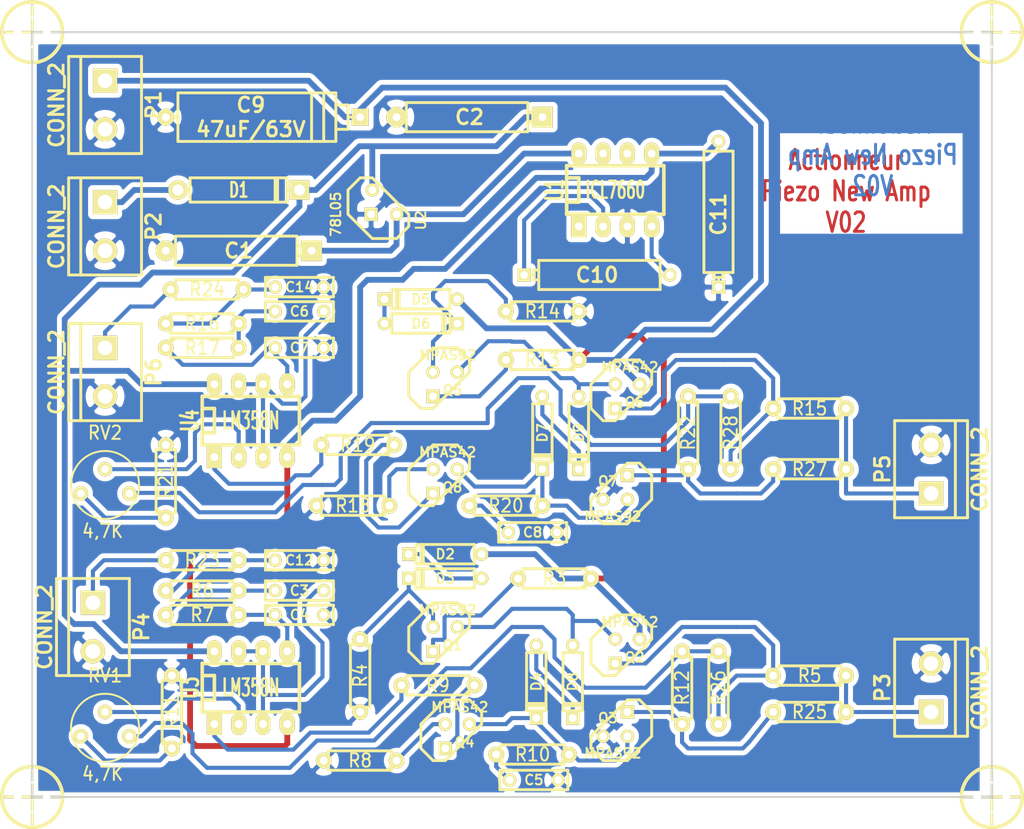
<source format=kicad_pcb>
(kicad_pcb (version 4) (host pcbnew "(2014-06-30 BZR 4958)-product")
  (title_block (title Actionneur_piezo))
  (layers (0 Composant power) (31 Cuivre signal) (34 B.Paste user) (35 F.Paste user) (36 B.SilkS user) (37 F.SilkS user) (38 B.Mask user) (39 F.Mask user) (44 Edge.Cuts user))
  (net 0 "")
  (net 1 +12V)
  (net 2 -VAA)
  (net 3 /12Vext)
  (net 4 /ampli_h1)
  (net 5 /ampli_h2)
  (net 6 /ampli_h3)
  (net 7 /ampli_h4)
  (net 8 /ampli_h5)
  (net 9 /ampli_h6)
  (net 10 /ampli_h7)
  (net 11 /ampli_h8)
  (net 12 GND)
  (net 13 HT)
  (net 14 N-000005)
  (net 15 N-000010)
  (net 16 N-000011)
  (net 17 N-000012)
  (net 18 N-000013)
  (net 19 N-000014)
  (net 20 N-000015)
  (net 21 N-000016)
  (net 22 N-000017)
  (net 23 N-000018)
  (net 24 N-000019)
  (net 25 N-000020)
  (net 26 N-000021)
  (net 27 N-000022)
  (net 28 N-000023)
  (net 29 N-000024)
  (net 30 N-000025)
  (net 31 N-000026)
  (net 32 N-000027)
  (net 33 N-000032)
  (net 34 N-000033)
  (net 35 N-000034)
  (net 36 N-000035)
  (net 37 N-000036)
  (net 38 N-000037)
  (net 39 N-000038)
  (net 40 N-000039)
  (net 41 N-000040)
  (net 42 N-000041)
  (net 43 N-000042)
  (net 44 N-000043)
  (net 45 N-000044)
  (net 46 N-000045)
  (net 47 N-000046)
  (net 48 N-000047)
  (net 49 N-000048)
  (net 50 VCC)
  (module bornier2 (layer Composant) (at 95.885 59.436 270)
    (fp_text reference P1 (at 0 -5.08 270) (layer F.SilkS) (effects (font (thickness 0.3048))))
    (fp_text value CONN_2 (at 0 5.08 270) (layer F.SilkS) (effects (font (thickness 0.3048))))
    (pad 1 thru_hole rect (at -2.54 0 270) (size 2.54 2.54) (drill 1.524) (layers *.Cu *.Mask F.SilkS) (net 13 HT))
    (pad 2 thru_hole circle (at 2.54 0 270) (size 2.54 2.54) (drill 1.524) (layers *.Cu *.Mask F.SilkS) (net 12 GND))
  )
  (module bornier2 (layer Composant) (at 182.245 120.396 90)
    (fp_text reference P3 (at 0 -5.08 90) (layer F.SilkS) (effects (font (thickness 0.3048))))
    (fp_text value CONN_2 (at 0 5.08 90) (layer F.SilkS) (effects (font (thickness 0.3048))))
    (pad 1 thru_hole rect (at -2.54 0 90) (size 2.54 2.54) (drill 1.524) (layers *.Cu *.Mask F.SilkS) (net 6 /ampli_h3))
    (pad 2 thru_hole circle (at 2.54 0 90) (size 2.54 2.54) (drill 1.524) (layers *.Cu *.Mask F.SilkS) (net 12 GND))
  )
  (module CP6 (layer Composant) (at 133.985 60.706 180)
    (fp_text reference C2 (at 0 0 180) (layer F.SilkS) (effects (font (thickness 0.3048))))
    (fp_text value 47uF/20V hide)
    (pad 1 thru_hole rect (at -7.62 0 180) (size 2.159 2.159) (drill 0.8128) (layers *.Cu *.Mask F.SilkS) (net 1 +12V))
    (pad 2 thru_hole circle (at 7.62 0 180) (size 2.159 2.159) (drill 0.8128) (layers *.Cu *.Mask F.SilkS) (net 12 GND))
  )
  (module CP6 (layer Composant) (at 109.855 74.676 180)
    (fp_text reference C1 (at 0 0 180) (layer F.SilkS) (effects (font (thickness 0.3048))))
    (fp_text value 47uF hide)
    (pad 1 thru_hole rect (at -7.62 0 180) (size 2.159 2.159) (drill 0.8128) (layers *.Cu *.Mask F.SilkS) (net 50 VCC))
    (pad 2 thru_hole circle (at 7.62 0 180) (size 2.159 2.159) (drill 0.8128) (layers *.Cu *.Mask F.SilkS) (net 12 GND))
  )
  (module D5 (layer Composant) (at 109.855 68.326)
    (fp_text reference D1 (at 0 0) (layer F.SilkS) (effects (font (size 1.524 1.016) (thickness 0.254))))
    (fp_text value 1N4007 hide)
    (pad 1 thru_hole circle (at -6.35 0) (size 2.032 2.032) (drill 1.143) (layers *.Cu *.Mask F.SilkS) (net 3 /12Vext))
    (pad 2 thru_hole rect (at 6.35 0) (size 2.032 2.032) (drill 1.143) (layers *.Cu *.Mask F.SilkS) (net 1 +12V))
  )
  (module TO92-CBE (layer Composant) (at 149.225 124.206 180)
    (fp_text reference Q3 (at 0.762 0.635 180) (layer F.SilkS) (effects (font (size 1.016 1.016) (thickness 0.2032))))
    (fp_text value MPAS92 (at 0.254 -3.048 180) (layer F.SilkS) (effects (font (size 1.016 1.016) (thickness 0.2032))))
    (pad E thru_hole rect (at -1.27 1.27 180) (size 1.397 1.397) (drill 0.8128) (layers *.Cu *.Mask F.SilkS) (net 22 N-000017))
    (pad B thru_hole circle (at -1.27 -1.27 180) (size 1.397 1.397) (drill 0.8128) (layers *.Cu *.Mask F.SilkS) (net 30 N-000025))
    (pad C thru_hole circle (at 1.27 -1.27 180) (size 1.397 1.397) (drill 0.8128) (layers *.Cu *.Mask F.SilkS) (net 12 GND))
  )
  (module TO92-CBE (layer Composant) (at 131.445 88.646)
    (fp_text reference Q5 (at 0.762 0.635) (layer F.SilkS) (effects (font (size 1.016 1.016) (thickness 0.2032))))
    (fp_text value MPAS92 (at 0.254 -3.048) (layer F.SilkS) (effects (font (size 1.016 1.016) (thickness 0.2032))))
    (pad E thru_hole rect (at -1.27 1.27) (size 1.397 1.397) (drill 0.8128) (layers *.Cu *.Mask F.SilkS) (net 49 N-000048))
    (pad B thru_hole circle (at -1.27 -1.27) (size 1.397 1.397) (drill 0.8128) (layers *.Cu *.Mask F.SilkS) (net 41 N-000040))
    (pad C thru_hole circle (at 1.27 -1.27) (size 1.397 1.397) (drill 0.8128) (layers *.Cu *.Mask F.SilkS) (net 48 N-000047))
  )
  (module TO92-CBE (layer Composant) (at 149.225 99.441 180)
    (fp_text reference Q7 (at 0.762 0.635 180) (layer F.SilkS) (effects (font (size 1.016 1.016) (thickness 0.2032))))
    (fp_text value MPAS92 (at 0.254 -3.048 180) (layer F.SilkS) (effects (font (size 1.016 1.016) (thickness 0.2032))))
    (pad E thru_hole rect (at -1.27 1.27 180) (size 1.397 1.397) (drill 0.8128) (layers *.Cu *.Mask F.SilkS) (net 39 N-000038))
    (pad B thru_hole circle (at -1.27 -1.27 180) (size 1.397 1.397) (drill 0.8128) (layers *.Cu *.Mask F.SilkS) (net 47 N-000046))
    (pad C thru_hole circle (at 1.27 -1.27 180) (size 1.397 1.397) (drill 0.8128) (layers *.Cu *.Mask F.SilkS) (net 12 GND))
  )
  (module TO92-CBE (layer Composant) (at 150.495 89.916)
    (fp_text reference Q6 (at 0.762 0.635) (layer F.SilkS) (effects (font (size 1.016 1.016) (thickness 0.2032))))
    (fp_text value MPAS42 (at 0.254 -3.048) (layer F.SilkS) (effects (font (size 1.016 1.016) (thickness 0.2032))))
    (pad E thru_hole rect (at -1.27 1.27) (size 1.397 1.397) (drill 0.8128) (layers *.Cu *.Mask F.SilkS) (net 38 N-000037))
    (pad B thru_hole circle (at -1.27 -1.27) (size 1.397 1.397) (drill 0.8128) (layers *.Cu *.Mask F.SilkS) (net 48 N-000047))
    (pad C thru_hole circle (at 1.27 -1.27) (size 1.397 1.397) (drill 0.8128) (layers *.Cu *.Mask F.SilkS) (net 13 HT))
  )
  (module TO92-CBE (layer Composant) (at 131.445 115.316)
    (fp_text reference Q1 (at 0.762 0.635) (layer F.SilkS) (effects (font (size 1.016 1.016) (thickness 0.2032))))
    (fp_text value MPAS92 (at 0.254 -3.048) (layer F.SilkS) (effects (font (size 1.016 1.016) (thickness 0.2032))))
    (pad E thru_hole rect (at -1.27 1.27) (size 1.397 1.397) (drill 0.8128) (layers *.Cu *.Mask F.SilkS) (net 32 N-000027))
    (pad B thru_hole circle (at -1.27 -1.27) (size 1.397 1.397) (drill 0.8128) (layers *.Cu *.Mask F.SilkS) (net 24 N-000019))
    (pad C thru_hole circle (at 1.27 -1.27) (size 1.397 1.397) (drill 0.8128) (layers *.Cu *.Mask F.SilkS) (net 31 N-000026))
  )
  (module TO92-CBE (layer Composant) (at 150.495 116.586)
    (fp_text reference Q2 (at 0.762 0.635) (layer F.SilkS) (effects (font (size 1.016 1.016) (thickness 0.2032))))
    (fp_text value MPAS42 (at 0.254 -3.048) (layer F.SilkS) (effects (font (size 1.016 1.016) (thickness 0.2032))))
    (pad E thru_hole rect (at -1.27 1.27) (size 1.397 1.397) (drill 0.8128) (layers *.Cu *.Mask F.SilkS) (net 21 N-000016))
    (pad B thru_hole circle (at -1.27 -1.27) (size 1.397 1.397) (drill 0.8128) (layers *.Cu *.Mask F.SilkS) (net 31 N-000026))
    (pad C thru_hole circle (at 1.27 -1.27) (size 1.397 1.397) (drill 0.8128) (layers *.Cu *.Mask F.SilkS) (net 13 HT))
  )
  (module TO92-CBE (layer Composant) (at 132.715 125.476)
    (fp_text reference Q4 (at 0.762 0.635) (layer F.SilkS) (effects (font (size 1.016 1.016) (thickness 0.2032))))
    (fp_text value MPAS42 (at 0.254 -3.048) (layer F.SilkS) (effects (font (size 1.016 1.016) (thickness 0.2032))))
    (pad E thru_hole rect (at -1.27 1.27) (size 1.397 1.397) (drill 0.8128) (layers *.Cu *.Mask F.SilkS) (net 16 N-000011))
    (pad B thru_hole circle (at -1.27 -1.27) (size 1.397 1.397) (drill 0.8128) (layers *.Cu *.Mask F.SilkS) (net 25 N-000020))
    (pad C thru_hole circle (at 1.27 -1.27) (size 1.397 1.397) (drill 0.8128) (layers *.Cu *.Mask F.SilkS) (net 30 N-000025))
  )
  (module TO92-CBE (layer Composant) (at 131.445 98.806)
    (fp_text reference Q8 (at 0.762 0.635) (layer F.SilkS) (effects (font (size 1.016 1.016) (thickness 0.2032))))
    (fp_text value MPAS42 (at 0.254 -3.048) (layer F.SilkS) (effects (font (size 1.016 1.016) (thickness 0.2032))))
    (pad E thru_hole rect (at -1.27 1.27) (size 1.397 1.397) (drill 0.8128) (layers *.Cu *.Mask F.SilkS) (net 33 N-000032))
    (pad B thru_hole circle (at -1.27 -1.27) (size 1.397 1.397) (drill 0.8128) (layers *.Cu *.Mask F.SilkS) (net 42 N-000041))
    (pad C thru_hole circle (at 1.27 -1.27) (size 1.397 1.397) (drill 0.8128) (layers *.Cu *.Mask F.SilkS) (net 47 N-000046))
  )
  (module bornier2 (layer Composant) (at 95.885 72.136 270)
    (fp_text reference P2 (at 0 -5.08 270) (layer F.SilkS) (effects (font (thickness 0.3048))))
    (fp_text value CONN_2 (at 0 5.08 270) (layer F.SilkS) (effects (font (thickness 0.3048))))
    (pad 1 thru_hole rect (at -2.54 0 270) (size 2.54 2.54) (drill 1.524) (layers *.Cu *.Mask F.SilkS) (net 3 /12Vext))
    (pad 2 thru_hole circle (at 2.54 0 270) (size 2.54 2.54) (drill 1.524) (layers *.Cu *.Mask F.SilkS) (net 12 GND))
  )
  (module DIP-8__300_ELL (layer Composant) (at 149.225 68.326)
    (fp_text reference U1 (at -6.35 0 90) (layer F.SilkS) (effects (font (size 1.778 1.143) (thickness 0.28702))))
    (fp_text value ICL7660 (at 0 0) (layer F.SilkS) (effects (font (size 1.778 1.016) (thickness 0.254))))
    (pad 1 thru_hole rect (at -3.81 3.81) (size 1.5748 2.286) (drill 0.8128) (layers *.Cu *.Mask F.SilkS))
    (pad 2 thru_hole oval (at -1.27 3.81) (size 1.5748 2.286) (drill 0.8128) (layers *.Cu *.Mask F.SilkS) (net 15 N-000010))
    (pad 3 thru_hole oval (at 1.27 3.81) (size 1.5748 2.286) (drill 0.8128) (layers *.Cu *.Mask F.SilkS) (net 12 GND))
    (pad 4 thru_hole oval (at 3.81 3.81) (size 1.5748 2.286) (drill 0.8128) (layers *.Cu *.Mask F.SilkS) (net 14 N-000005))
    (pad 5 thru_hole oval (at 3.81 -3.81) (size 1.5748 2.286) (drill 0.8128) (layers *.Cu *.Mask F.SilkS) (net 2 -VAA))
    (pad 6 thru_hole oval (at 1.27 -3.81) (size 1.5748 2.286) (drill 0.8128) (layers *.Cu *.Mask F.SilkS))
    (pad 7 thru_hole oval (at -1.27 -3.81) (size 1.5748 2.286) (drill 0.8128) (layers *.Cu *.Mask F.SilkS))
    (pad 8 thru_hole oval (at -3.81 -3.81) (size 1.5748 2.286) (drill 0.8128) (layers *.Cu *.Mask F.SilkS) (net 50 VCC))
  )
  (module DIP-8__300_ELL (layer Composant) (at 111.125 92.456)
    (fp_text reference U4 (at -6.35 0 90) (layer F.SilkS) (effects (font (size 1.778 1.143) (thickness 0.28702))))
    (fp_text value LM358N (at 0 0) (layer F.SilkS) (effects (font (size 1.778 1.016) (thickness 0.254))))
    (pad 1 thru_hole rect (at -3.81 3.81) (size 1.5748 2.286) (drill 0.8128) (layers *.Cu *.Mask F.SilkS) (net 43 N-000042))
    (pad 2 thru_hole oval (at -1.27 3.81) (size 1.5748 2.286) (drill 0.8128) (layers *.Cu *.Mask F.SilkS) (net 44 N-000043))
    (pad 3 thru_hole oval (at 1.27 3.81) (size 1.5748 2.286) (drill 0.8128) (layers *.Cu *.Mask F.SilkS) (net 5 /ampli_h2))
    (pad 4 thru_hole oval (at 3.81 3.81) (size 1.5748 2.286) (drill 0.8128) (layers *.Cu *.Mask F.SilkS) (net 2 -VAA))
    (pad 5 thru_hole oval (at 3.81 -3.81) (size 1.5748 2.286) (drill 0.8128) (layers *.Cu *.Mask F.SilkS) (net 46 N-000045))
    (pad 6 thru_hole oval (at 1.27 -3.81) (size 1.5748 2.286) (drill 0.8128) (layers *.Cu *.Mask F.SilkS) (net 5 /ampli_h2))
    (pad 7 thru_hole oval (at -1.27 -3.81) (size 1.5748 2.286) (drill 0.8128) (layers *.Cu *.Mask F.SilkS) (net 5 /ampli_h2))
    (pad 8 thru_hole oval (at -3.81 -3.81) (size 1.5748 2.286) (drill 0.8128) (layers *.Cu *.Mask F.SilkS) (net 1 +12V))
  )
  (module bornier2 (layer Composant) (at 94.615 114.046 270)
    (fp_text reference P4 (at 0 -5.08 270) (layer F.SilkS) (effects (font (thickness 0.3048))))
    (fp_text value CONN_2 (at 0 5.08 270) (layer F.SilkS) (effects (font (thickness 0.3048))))
    (pad 1 thru_hole rect (at -2.54 0 270) (size 2.54 2.54) (drill 1.524) (layers *.Cu *.Mask F.SilkS) (net 7 /ampli_h4))
    (pad 2 thru_hole circle (at 2.54 0 270) (size 2.54 2.54) (drill 1.524) (layers *.Cu *.Mask F.SilkS) (net 12 GND))
  )
  (module bornier2 (layer Composant) (at 182.245 97.536 90)
    (fp_text reference P5 (at 0 -5.08 90) (layer F.SilkS) (effects (font (thickness 0.3048))))
    (fp_text value CONN_2 (at 0 5.08 90) (layer F.SilkS) (effects (font (thickness 0.3048))))
    (pad 1 thru_hole rect (at -2.54 0 90) (size 2.54 2.54) (drill 1.524) (layers *.Cu *.Mask F.SilkS) (net 8 /ampli_h5))
    (pad 2 thru_hole circle (at 2.54 0 90) (size 2.54 2.54) (drill 1.524) (layers *.Cu *.Mask F.SilkS) (net 12 GND))
  )
  (module bornier2 (layer Composant) (at 95.885 87.376 270)
    (fp_text reference P6 (at 0 -5.08 270) (layer F.SilkS) (effects (font (thickness 0.3048))))
    (fp_text value CONN_2 (at 0 5.08 270) (layer F.SilkS) (effects (font (thickness 0.3048))))
    (pad 1 thru_hole rect (at -2.54 0 270) (size 2.54 2.54) (drill 1.524) (layers *.Cu *.Mask F.SilkS) (net 9 /ampli_h6))
    (pad 2 thru_hole circle (at 2.54 0 270) (size 2.54 2.54) (drill 1.524) (layers *.Cu *.Mask F.SilkS) (net 12 GND))
  )
  (module DIP-8__300_ELL (layer Composant) (at 111.125 120.396)
    (fp_text reference U3 (at -6.35 0 90) (layer F.SilkS) (effects (font (size 1.778 1.143) (thickness 0.28702))))
    (fp_text value LM358N (at 0 0) (layer F.SilkS) (effects (font (size 1.778 1.016) (thickness 0.254))))
    (pad 1 thru_hole rect (at -3.81 3.81) (size 1.5748 2.286) (drill 0.8128) (layers *.Cu *.Mask F.SilkS) (net 26 N-000021))
    (pad 2 thru_hole oval (at -1.27 3.81) (size 1.5748 2.286) (drill 0.8128) (layers *.Cu *.Mask F.SilkS) (net 27 N-000022))
    (pad 3 thru_hole oval (at 1.27 3.81) (size 1.5748 2.286) (drill 0.8128) (layers *.Cu *.Mask F.SilkS) (net 4 /ampli_h1))
    (pad 4 thru_hole oval (at 3.81 3.81) (size 1.5748 2.286) (drill 0.8128) (layers *.Cu *.Mask F.SilkS) (net 2 -VAA))
    (pad 5 thru_hole oval (at 3.81 -3.81) (size 1.5748 2.286) (drill 0.8128) (layers *.Cu *.Mask F.SilkS) (net 29 N-000024))
    (pad 6 thru_hole oval (at 1.27 -3.81) (size 1.5748 2.286) (drill 0.8128) (layers *.Cu *.Mask F.SilkS) (net 4 /ampli_h1))
    (pad 7 thru_hole oval (at -1.27 -3.81) (size 1.5748 2.286) (drill 0.8128) (layers *.Cu *.Mask F.SilkS) (net 4 /ampli_h1))
    (pad 8 thru_hole oval (at -3.81 -3.81) (size 1.5748 2.286) (drill 0.8128) (layers *.Cu *.Mask F.SilkS) (net 1 +12V))
  )
  (module R3-LARGE_PADS (layer Composant) (at 130.683 120.142 180)
    (fp_text reference R9 (at 0 0 180) (layer F.SilkS) (effects (font (size 1.397 1.27) (thickness 0.2032))))
    (fp_text value 1K hide)
    (pad 1 thru_hole circle (at -3.81 0 180) (size 1.651 1.651) (drill 0.8128) (layers *.Cu *.Mask F.SilkS) (net 16 N-000011))
    (pad 2 thru_hole circle (at 3.81 0 180) (size 1.651 1.651) (drill 0.8128) (layers *.Cu *.Mask F.SilkS) (net 26 N-000021))
  )
  (module R3-LARGE_PADS (layer Composant) (at 169.545 91.186 180)
    (fp_text reference R15 (at 0 0 180) (layer F.SilkS) (effects (font (size 1.397 1.27) (thickness 0.2032))))
    (fp_text value 47 hide)
    (pad 1 thru_hole circle (at -3.81 0 180) (size 1.651 1.651) (drill 0.8128) (layers *.Cu *.Mask F.SilkS) (net 8 /ampli_h5))
    (pad 2 thru_hole circle (at 3.81 0 180) (size 1.651 1.651) (drill 0.8128) (layers *.Cu *.Mask F.SilkS) (net 38 N-000037))
  )
  (module RV2 (layer Composant) (at 95.885 124.206)
    (fp_text reference RV1 (at 0 -5.08) (layer F.SilkS) (effects (font (size 1.397 1.27) (thickness 0.2032))))
    (fp_text value 4,7K (at -0.254 5.207) (layer F.SilkS) (effects (font (size 1.397 1.27) (thickness 0.2032))))
    (pad 1 thru_hole circle (at -2.54 1.27) (size 1.524 1.524) (drill 0.8128) (layers *.Cu *.Mask F.SilkS) (net 23 N-000018))
    (pad 2 thru_hole circle (at 0 -1.27) (size 1.524 1.524) (drill 0.8128) (layers *.Cu *.Mask F.SilkS) (net 27 N-000022))
    (pad 3 thru_hole circle (at 2.54 1.27) (size 1.524 1.524) (drill 0.8128) (layers *.Cu *.Mask F.SilkS) (net 10 /ampli_h7))
  )
  (module RV2 (layer Composant) (at 95.885 98.806)
    (fp_text reference RV2 (at 0 -5.08) (layer F.SilkS) (effects (font (size 1.397 1.27) (thickness 0.2032))))
    (fp_text value 4,7K (at -0.254 5.207) (layer F.SilkS) (effects (font (size 1.397 1.27) (thickness 0.2032))))
    (pad 1 thru_hole circle (at -2.54 1.27) (size 1.524 1.524) (drill 0.8128) (layers *.Cu *.Mask F.SilkS) (net 40 N-000039))
    (pad 2 thru_hole circle (at 0 -1.27) (size 1.524 1.524) (drill 0.8128) (layers *.Cu *.Mask F.SilkS) (net 44 N-000043))
    (pad 3 thru_hole circle (at 2.54 1.27) (size 1.524 1.524) (drill 0.8128) (layers *.Cu *.Mask F.SilkS) (net 11 /ampli_h8))
  )
  (module C2 (layer Composant) (at 116.205 110.236 180)
    (fp_text reference C3 (at 0 0 180) (layer F.SilkS) (effects (font (size 1.016 1.016) (thickness 0.2032))))
    (fp_text value 15nF hide)
    (pad 1 thru_hole circle (at -2.54 0 180) (size 1.397 1.397) (drill 0.8128) (layers *.Cu *.Mask F.SilkS) (net 4 /ampli_h1))
    (pad 2 thru_hole circle (at 2.54 0 180) (size 1.397 1.397) (drill 0.8128) (layers *.Cu *.Mask F.SilkS) (net 18 N-000013))
  )
  (module C2 (layer Composant) (at 116.205 112.776)
    (fp_text reference C4 (at 0 0) (layer F.SilkS) (effects (font (size 1.016 1.016) (thickness 0.2032))))
    (fp_text value 4,7nF hide)
    (pad 1 thru_hole circle (at -2.54 0) (size 1.397 1.397) (drill 0.8128) (layers *.Cu *.Mask F.SilkS) (net 29 N-000024))
    (pad 2 thru_hole circle (at 2.54 0) (size 1.397 1.397) (drill 0.8128) (layers *.Cu *.Mask F.SilkS) (net 12 GND))
  )
  (module C2 (layer Composant) (at 140.716 130.048)
    (fp_text reference C5 (at 0 0) (layer F.SilkS) (effects (font (size 1.016 1.016) (thickness 0.2032))))
    (fp_text value 820pF hide)
    (pad 1 thru_hole circle (at -2.54 0) (size 1.397 1.397) (drill 0.8128) (layers *.Cu *.Mask F.SilkS) (net 20 N-000015))
    (pad 2 thru_hole circle (at 2.54 0) (size 1.397 1.397) (drill 0.8128) (layers *.Cu *.Mask F.SilkS) (net 12 GND))
  )
  (module C2 (layer Composant) (at 116.205 81.026 180)
    (fp_text reference C6 (at 0 0 180) (layer F.SilkS) (effects (font (size 1.016 1.016) (thickness 0.2032))))
    (fp_text value 15nF hide)
    (pad 1 thru_hole circle (at -2.54 0 180) (size 1.397 1.397) (drill 0.8128) (layers *.Cu *.Mask F.SilkS) (net 5 /ampli_h2))
    (pad 2 thru_hole circle (at 2.54 0 180) (size 1.397 1.397) (drill 0.8128) (layers *.Cu *.Mask F.SilkS) (net 35 N-000034))
  )
  (module C2 (layer Composant) (at 116.205 84.836)
    (fp_text reference C7 (at 0 0) (layer F.SilkS) (effects (font (size 1.016 1.016) (thickness 0.2032))))
    (fp_text value 4,7nF hide)
    (pad 1 thru_hole circle (at -2.54 0) (size 1.397 1.397) (drill 0.8128) (layers *.Cu *.Mask F.SilkS) (net 46 N-000045))
    (pad 2 thru_hole circle (at 2.54 0) (size 1.397 1.397) (drill 0.8128) (layers *.Cu *.Mask F.SilkS) (net 12 GND))
  )
  (module C2 (layer Composant) (at 140.589 104.14)
    (fp_text reference C8 (at 0 0) (layer F.SilkS) (effects (font (size 1.016 1.016) (thickness 0.2032))))
    (fp_text value 820pF hide)
    (pad 1 thru_hole circle (at -2.54 0) (size 1.397 1.397) (drill 0.8128) (layers *.Cu *.Mask F.SilkS) (net 37 N-000036))
    (pad 2 thru_hole circle (at 2.54 0) (size 1.397 1.397) (drill 0.8128) (layers *.Cu *.Mask F.SilkS) (net 12 GND))
  )
  (module CP8 (layer Composant) (at 112.395 60.706 180)
    (fp_text reference C9 (at 1.27 1.27 180) (layer F.SilkS) (effects (font (thickness 0.3048))))
    (fp_text value 47uF/63V (at 1.27 -1.27 180) (layer F.SilkS) (effects (font (thickness 0.3048))))
    (pad 1 thru_hole rect (at -10.16 0 180) (size 1.778 1.778) (drill 0.8128) (layers *.Cu *.Mask F.SilkS) (net 13 HT))
    (pad 2 thru_hole circle (at 10.16 0 180) (size 1.778 1.778) (drill 0.8128) (layers *.Cu *.Mask F.SilkS) (net 12 GND))
  )
  (module D3 (layer Composant) (at 131.445 106.426 180)
    (fp_text reference D2 (at 0 0 180) (layer F.SilkS) (effects (font (size 1.016 1.016) (thickness 0.2032))))
    (fp_text value 1N4148 hide)
    (pad 2 thru_hole rect (at 3.81 0 180) (size 1.397 1.397) (drill 0.8128) (layers *.Cu *.Mask F.SilkS) (net 17 N-000012))
    (pad 1 thru_hole circle (at -3.81 0 180) (size 1.397 1.397) (drill 0.8128) (layers *.Cu *.Mask F.SilkS) (net 13 HT))
  )
  (module D3 (layer Composant) (at 131.445 108.966 180)
    (fp_text reference D3 (at 0 0 180) (layer F.SilkS) (effects (font (size 1.016 1.016) (thickness 0.2032))))
    (fp_text value 1N4148 hide)
    (pad 2 thru_hole rect (at 3.81 0 180) (size 1.397 1.397) (drill 0.8128) (layers *.Cu *.Mask F.SilkS) (net 24 N-000019))
    (pad 1 thru_hole circle (at -3.81 0 180) (size 1.397 1.397) (drill 0.8128) (layers *.Cu *.Mask F.SilkS) (net 17 N-000012))
  )
  (module D3 (layer Composant) (at 140.97 119.761 270)
    (fp_text reference D4 (at 0 0 270) (layer F.SilkS) (effects (font (size 1.016 1.016) (thickness 0.2032))))
    (fp_text value 1N4148 hide)
    (pad 2 thru_hole rect (at 3.81 0 270) (size 1.397 1.397) (drill 0.8128) (layers *.Cu *.Mask F.SilkS) (net 30 N-000025))
    (pad 1 thru_hole circle (at -3.81 0 270) (size 1.397 1.397) (drill 0.8128) (layers *.Cu *.Mask F.SilkS) (net 28 N-000023))
  )
  (module D3 (layer Composant) (at 128.905 79.756 180)
    (fp_text reference D5 (at 0 0 180) (layer F.SilkS) (effects (font (size 1.016 1.016) (thickness 0.2032))))
    (fp_text value 1N4148 hide)
    (pad 2 thru_hole rect (at 3.81 0 180) (size 1.397 1.397) (drill 0.8128) (layers *.Cu *.Mask F.SilkS) (net 34 N-000033))
    (pad 1 thru_hole circle (at -3.81 0 180) (size 1.397 1.397) (drill 0.8128) (layers *.Cu *.Mask F.SilkS) (net 13 HT))
  )
  (module D3 (layer Composant) (at 128.905 82.296)
    (fp_text reference D6 (at 0 0) (layer F.SilkS) (effects (font (size 1.016 1.016) (thickness 0.2032))))
    (fp_text value 1N4148 hide)
    (pad 2 thru_hole rect (at 3.81 0) (size 1.397 1.397) (drill 0.8128) (layers *.Cu *.Mask F.SilkS) (net 41 N-000040))
    (pad 1 thru_hole circle (at -3.81 0) (size 1.397 1.397) (drill 0.8128) (layers *.Cu *.Mask F.SilkS) (net 34 N-000033))
  )
  (module D3 (layer Composant) (at 141.605 93.726 270)
    (fp_text reference D7 (at 0 0 270) (layer F.SilkS) (effects (font (size 1.016 1.016) (thickness 0.2032))))
    (fp_text value 1N4148 hide)
    (pad 2 thru_hole rect (at 3.81 0 270) (size 1.397 1.397) (drill 0.8128) (layers *.Cu *.Mask F.SilkS) (net 47 N-000046))
    (pad 1 thru_hole circle (at -3.81 0 270) (size 1.397 1.397) (drill 0.8128) (layers *.Cu *.Mask F.SilkS) (net 45 N-000044))
  )
  (module R3-LARGE_PADS (layer Composant) (at 142.875 108.966 180)
    (fp_text reference R3 (at 0 0 180) (layer F.SilkS) (effects (font (size 1.397 1.27) (thickness 0.2032))))
    (fp_text value 470 hide)
    (pad 1 thru_hole circle (at -3.81 0 180) (size 1.651 1.651) (drill 0.8128) (layers *.Cu *.Mask F.SilkS) (net 13 HT))
    (pad 2 thru_hole circle (at 3.81 0 180) (size 1.651 1.651) (drill 0.8128) (layers *.Cu *.Mask F.SilkS) (net 32 N-000027))
  )
  (module R3-LARGE_PADS (layer Composant) (at 122.555 119.126 270)
    (fp_text reference R4 (at 0 0 270) (layer F.SilkS) (effects (font (size 1.397 1.27) (thickness 0.2032))))
    (fp_text value 220K hide)
    (pad 1 thru_hole circle (at -3.81 0 270) (size 1.651 1.651) (drill 0.8128) (layers *.Cu *.Mask F.SilkS) (net 24 N-000019))
    (pad 2 thru_hole circle (at 3.81 0 270) (size 1.651 1.651) (drill 0.8128) (layers *.Cu *.Mask F.SilkS) (net 12 GND))
  )
  (module R3-LARGE_PADS (layer Composant) (at 169.545 119.126 180)
    (fp_text reference R5 (at 0 0 180) (layer F.SilkS) (effects (font (size 1.397 1.27) (thickness 0.2032))))
    (fp_text value 47 hide)
    (pad 1 thru_hole circle (at -3.81 0 180) (size 1.651 1.651) (drill 0.8128) (layers *.Cu *.Mask F.SilkS) (net 6 /ampli_h3))
    (pad 2 thru_hole circle (at 3.81 0 180) (size 1.651 1.651) (drill 0.8128) (layers *.Cu *.Mask F.SilkS) (net 21 N-000016))
  )
  (module R3-LARGE_PADS (layer Composant) (at 106.045 110.236 180)
    (fp_text reference R6 (at 0 0 180) (layer F.SilkS) (effects (font (size 1.397 1.27) (thickness 0.2032))))
    (fp_text value 22K hide)
    (pad 1 thru_hole circle (at -3.81 0 180) (size 1.651 1.651) (drill 0.8128) (layers *.Cu *.Mask F.SilkS) (net 18 N-000013))
    (pad 2 thru_hole circle (at 3.81 0 180) (size 1.651 1.651) (drill 0.8128) (layers *.Cu *.Mask F.SilkS) (net 19 N-000014))
  )
  (module R3-LARGE_PADS (layer Composant) (at 106.045 112.776 180)
    (fp_text reference R7 (at 0 0 180) (layer F.SilkS) (effects (font (size 1.397 1.27) (thickness 0.2032))))
    (fp_text value 22K hide)
    (pad 1 thru_hole circle (at -3.81 0 180) (size 1.651 1.651) (drill 0.8128) (layers *.Cu *.Mask F.SilkS) (net 29 N-000024))
    (pad 2 thru_hole circle (at 3.81 0 180) (size 1.651 1.651) (drill 0.8128) (layers *.Cu *.Mask F.SilkS) (net 18 N-000013))
  )
  (module R3-LARGE_PADS (layer Composant) (at 122.555 128.016 180)
    (fp_text reference R8 (at 0 0 180) (layer F.SilkS) (effects (font (size 1.397 1.27) (thickness 0.2032))))
    (fp_text value 1K hide)
    (pad 1 thru_hole circle (at -3.81 0 180) (size 1.651 1.651) (drill 0.8128) (layers *.Cu *.Mask F.SilkS) (net 25 N-000020))
    (pad 2 thru_hole circle (at 3.81 0 180) (size 1.651 1.651) (drill 0.8128) (layers *.Cu *.Mask F.SilkS) (net 12 GND))
  )
  (module R3-LARGE_PADS (layer Composant) (at 140.589 127.381 180)
    (fp_text reference R10 (at 0 0 180) (layer F.SilkS) (effects (font (size 1.397 1.27) (thickness 0.2032))))
    (fp_text value 5,6K hide)
    (pad 1 thru_hole circle (at -3.81 0 180) (size 1.651 1.651) (drill 0.8128) (layers *.Cu *.Mask F.SilkS) (net 30 N-000025))
    (pad 2 thru_hole circle (at 3.81 0 180) (size 1.651 1.651) (drill 0.8128) (layers *.Cu *.Mask F.SilkS) (net 20 N-000015))
  )
  (module R3-LARGE_PADS (layer Composant) (at 102.87 122.936 90)
    (fp_text reference R11 (at 0 0 90) (layer F.SilkS) (effects (font (size 1.397 1.27) (thickness 0.2032))))
    (fp_text value 4,7K hide)
    (pad 1 thru_hole circle (at -3.81 0 90) (size 1.651 1.651) (drill 0.8128) (layers *.Cu *.Mask F.SilkS) (net 23 N-000018))
    (pad 2 thru_hole circle (at 3.81 0 90) (size 1.651 1.651) (drill 0.8128) (layers *.Cu *.Mask F.SilkS) (net 12 GND))
  )
  (module R3-LARGE_PADS (layer Composant) (at 156.21 120.396 270)
    (fp_text reference R12 (at 0 0 270) (layer F.SilkS) (effects (font (size 1.397 1.27) (thickness 0.2032))))
    (fp_text value 220K hide)
    (pad 1 thru_hole circle (at -3.81 0 270) (size 1.651 1.651) (drill 0.8128) (layers *.Cu *.Mask F.SilkS) (net 10 /ampli_h7))
    (pad 2 thru_hole circle (at 3.81 0 270) (size 1.651 1.651) (drill 0.8128) (layers *.Cu *.Mask F.SilkS) (net 22 N-000017))
  )
  (module R3-LARGE_PADS (layer Composant) (at 141.605 86.106 180)
    (fp_text reference R13 (at 0 0 180) (layer F.SilkS) (effects (font (size 1.397 1.27) (thickness 0.2032))))
    (fp_text value 470 hide)
    (pad 1 thru_hole circle (at -3.81 0 180) (size 1.651 1.651) (drill 0.8128) (layers *.Cu *.Mask F.SilkS) (net 13 HT))
    (pad 2 thru_hole circle (at 3.81 0 180) (size 1.651 1.651) (drill 0.8128) (layers *.Cu *.Mask F.SilkS) (net 49 N-000048))
  )
  (module R3-LARGE_PADS (layer Composant) (at 141.605 81.026)
    (fp_text reference R14 (at 0 0) (layer F.SilkS) (effects (font (size 1.397 1.27) (thickness 0.2032))))
    (fp_text value 220K hide)
    (pad 1 thru_hole circle (at -3.81 0) (size 1.651 1.651) (drill 0.8128) (layers *.Cu *.Mask F.SilkS) (net 41 N-000040))
    (pad 2 thru_hole circle (at 3.81 0) (size 1.651 1.651) (drill 0.8128) (layers *.Cu *.Mask F.SilkS) (net 12 GND))
  )
  (module R3-LARGE_PADS (layer Composant) (at 106.045 82.296 180)
    (fp_text reference R16 (at 0 0 180) (layer F.SilkS) (effects (font (size 1.397 1.27) (thickness 0.2032))))
    (fp_text value 22K hide)
    (pad 1 thru_hole circle (at -3.81 0 180) (size 1.651 1.651) (drill 0.8128) (layers *.Cu *.Mask F.SilkS) (net 35 N-000034))
    (pad 2 thru_hole circle (at 3.81 0 180) (size 1.651 1.651) (drill 0.8128) (layers *.Cu *.Mask F.SilkS) (net 36 N-000035))
  )
  (module R3-LARGE_PADS (layer Composant) (at 106.045 84.836)
    (fp_text reference R17 (at 0 0) (layer F.SilkS) (effects (font (size 1.397 1.27) (thickness 0.2032))))
    (fp_text value 22K hide)
    (pad 1 thru_hole circle (at -3.81 0) (size 1.651 1.651) (drill 0.8128) (layers *.Cu *.Mask F.SilkS) (net 46 N-000045))
    (pad 2 thru_hole circle (at 3.81 0) (size 1.651 1.651) (drill 0.8128) (layers *.Cu *.Mask F.SilkS) (net 35 N-000034))
  )
  (module R3-LARGE_PADS (layer Composant) (at 121.793 101.346 180)
    (fp_text reference R18 (at 0 0 180) (layer F.SilkS) (effects (font (size 1.397 1.27) (thickness 0.2032))))
    (fp_text value 1K hide)
    (pad 1 thru_hole circle (at -3.81 0 180) (size 1.651 1.651) (drill 0.8128) (layers *.Cu *.Mask F.SilkS) (net 42 N-000041))
    (pad 2 thru_hole circle (at 3.81 0 180) (size 1.651 1.651) (drill 0.8128) (layers *.Cu *.Mask F.SilkS) (net 12 GND))
  )
  (module R3-LARGE_PADS (layer Composant) (at 122.301 94.996 180)
    (fp_text reference R19 (at 0 0 180) (layer F.SilkS) (effects (font (size 1.397 1.27) (thickness 0.2032))))
    (fp_text value 1K hide)
    (pad 1 thru_hole circle (at -3.81 0 180) (size 1.651 1.651) (drill 0.8128) (layers *.Cu *.Mask F.SilkS) (net 33 N-000032))
    (pad 2 thru_hole circle (at 3.81 0 180) (size 1.651 1.651) (drill 0.8128) (layers *.Cu *.Mask F.SilkS) (net 43 N-000042))
  )
  (module R3-LARGE_PADS (layer Composant) (at 137.795 101.346 180)
    (fp_text reference R20 (at 0 0 180) (layer F.SilkS) (effects (font (size 1.397 1.27) (thickness 0.2032))))
    (fp_text value 5,6K hide)
    (pad 1 thru_hole circle (at -3.81 0 180) (size 1.651 1.651) (drill 0.8128) (layers *.Cu *.Mask F.SilkS) (net 47 N-000046))
    (pad 2 thru_hole circle (at 3.81 0 180) (size 1.651 1.651) (drill 0.8128) (layers *.Cu *.Mask F.SilkS) (net 37 N-000036))
  )
  (module R3-LARGE_PADS (layer Composant) (at 102.235 98.806 90)
    (fp_text reference R21 (at 0 0 90) (layer F.SilkS) (effects (font (size 1.397 1.27) (thickness 0.2032))))
    (fp_text value 4,7K hide)
    (pad 1 thru_hole circle (at -3.81 0 90) (size 1.651 1.651) (drill 0.8128) (layers *.Cu *.Mask F.SilkS) (net 40 N-000039))
    (pad 2 thru_hole circle (at 3.81 0 90) (size 1.651 1.651) (drill 0.8128) (layers *.Cu *.Mask F.SilkS) (net 12 GND))
  )
  (module R3-LARGE_PADS (layer Composant) (at 156.845 93.726 270)
    (fp_text reference R22 (at 0 0 270) (layer F.SilkS) (effects (font (size 1.397 1.27) (thickness 0.2032))))
    (fp_text value 220K hide)
    (pad 1 thru_hole circle (at -3.81 0 270) (size 1.651 1.651) (drill 0.8128) (layers *.Cu *.Mask F.SilkS) (net 11 /ampli_h8))
    (pad 2 thru_hole circle (at 3.81 0 270) (size 1.651 1.651) (drill 0.8128) (layers *.Cu *.Mask F.SilkS) (net 39 N-000038))
  )
  (module MIRE (layer Composant) (at 188.595 51.816)
    (fp_text reference MIRE hide)
    (fp_text value * hide)
    (pad "" thru_hole rect (at -1.524 0) (size 2.794 0.254) (drill 0.762) (layers *.Cu *.Mask F.SilkS))
    (pad "" thru_hole rect (at 0 -1.524) (size 0.254 2.794) (drill 0.762) (layers *.Cu *.Mask F.SilkS))
    (pad "" thru_hole circle (at 0 0) (size 0.254 0.254) (drill 0.0508) (layers *.Cu *.Mask))
    (pad "" thru_hole rect (at -1.524 0) (size 2.286 0.254) (drill 0.762) (layers *.Cu *.Mask F.SilkS))
    (pad "" thru_hole rect (at 0 1.524) (size 0.254 2.794) (drill 0.762) (layers *.Cu *.Mask F.SilkS))
    (pad "" thru_hole rect (at 1.524 0) (size 2.794 0.254) (drill 0.762) (layers *.Cu *.Mask F.SilkS))
  )
  (module MIRE (layer Composant) (at 88.265 51.816)
    (fp_text reference MIRE hide)
    (fp_text value * hide)
    (pad "" thru_hole rect (at -1.524 0) (size 2.794 0.254) (drill 0.762) (layers *.Cu *.Mask F.SilkS))
    (pad "" thru_hole rect (at 0 -1.524) (size 0.254 2.794) (drill 0.762) (layers *.Cu *.Mask F.SilkS))
    (pad "" thru_hole circle (at 0 0) (size 0.254 0.254) (drill 0.0508) (layers *.Cu *.Mask))
    (pad "" thru_hole rect (at -1.524 0) (size 2.286 0.254) (drill 0.762) (layers *.Cu *.Mask F.SilkS))
    (pad "" thru_hole rect (at 0 1.524) (size 0.254 2.794) (drill 0.762) (layers *.Cu *.Mask F.SilkS))
    (pad "" thru_hole rect (at 1.524 0) (size 2.794 0.254) (drill 0.762) (layers *.Cu *.Mask F.SilkS))
  )
  (module MIRE (layer Composant) (at 88.265 131.826)
    (fp_text reference MIRE hide)
    (fp_text value * hide)
    (pad "" thru_hole rect (at -1.524 0) (size 2.794 0.254) (drill 0.762) (layers *.Cu *.Mask F.SilkS))
    (pad "" thru_hole rect (at 0 -1.524) (size 0.254 2.794) (drill 0.762) (layers *.Cu *.Mask F.SilkS))
    (pad "" thru_hole circle (at 0 0) (size 0.254 0.254) (drill 0.0508) (layers *.Cu *.Mask))
    (pad "" thru_hole rect (at -1.524 0) (size 2.286 0.254) (drill 0.762) (layers *.Cu *.Mask F.SilkS))
    (pad "" thru_hole rect (at 0 1.524) (size 0.254 2.794) (drill 0.762) (layers *.Cu *.Mask F.SilkS))
    (pad "" thru_hole rect (at 1.524 0) (size 2.794 0.254) (drill 0.762) (layers *.Cu *.Mask F.SilkS))
  )
  (module MIRE (layer Composant) (at 188.595 131.826)
    (fp_text reference MIRE hide)
    (fp_text value * hide)
    (pad "" thru_hole rect (at -1.524 0) (size 2.794 0.254) (drill 0.762) (layers *.Cu *.Mask F.SilkS))
    (pad "" thru_hole rect (at 0 -1.524) (size 0.254 2.794) (drill 0.762) (layers *.Cu *.Mask F.SilkS))
    (pad "" thru_hole circle (at 0 0) (size 0.254 0.254) (drill 0.0508) (layers *.Cu *.Mask))
    (pad "" thru_hole rect (at -1.524 0) (size 2.286 0.254) (drill 0.762) (layers *.Cu *.Mask F.SilkS))
    (pad "" thru_hole rect (at 0 1.524) (size 0.254 2.794) (drill 0.762) (layers *.Cu *.Mask F.SilkS))
    (pad "" thru_hole rect (at 1.524 0) (size 2.794 0.254) (drill 0.762) (layers *.Cu *.Mask F.SilkS))
  )
  (module CP6 (layer Composant) (at 147.32 77.216)
    (fp_text reference C10 (at 0 0) (layer F.SilkS) (effects (font (thickness 0.3048))))
    (fp_text value 10uF hide)
    (pad 1 thru_hole rect (at -7.62 0) (size 1.397 1.397) (drill 0.8128) (layers *.Cu *.Mask F.SilkS) (net 15 N-000010))
    (pad 2 thru_hole circle (at 7.62 0) (size 1.397 1.397) (drill 0.8128) (layers *.Cu *.Mask F.SilkS) (net 14 N-000005))
  )
  (module CP6 (layer Composant) (at 160.02 70.866 90)
    (fp_text reference C11 (at 0 0 90) (layer F.SilkS) (effects (font (thickness 0.3048))))
    (fp_text value 10uF hide)
    (pad 1 thru_hole rect (at -7.62 0 90) (size 1.397 1.397) (drill 0.8128) (layers *.Cu *.Mask F.SilkS) (net 12 GND))
    (pad 2 thru_hole circle (at 7.62 0 90) (size 1.397 1.397) (drill 0.8128) (layers *.Cu *.Mask F.SilkS) (net 2 -VAA))
  )
  (module LM78LXX (layer Composant) (at 125.095 69.596 90)
    (fp_text reference U2 (at -1.905 3.81 90) (layer F.SilkS) (effects (font (size 1.016 1.016) (thickness 0.2032))))
    (fp_text value 78L05 (at -1.27 -5.08 90) (layer F.SilkS) (effects (font (size 1.016 1.016) (thickness 0.2032))))
    (pad VI thru_hole circle (at 1.27 -1.27 90) (size 1.397 1.397) (drill 0.8128) (layers *.Cu *.Mask F.SilkS) (net 1 +12V))
    (pad GND thru_hole rect (at -1.27 -1.397 90) (size 1.397 1.397) (drill 0.8128) (layers *.Cu *.Mask F.SilkS) (net 12 GND))
    (pad VO thru_hole circle (at -1.27 1.27 90) (size 1.397 1.397) (drill 0.8128) (layers *.Cu *.Mask F.SilkS) (net 50 VCC))
  )
  (module C2 (layer Composant) (at 116.205 78.486)
    (fp_text reference C14 (at 0 0) (layer F.SilkS) (effects (font (size 1.016 1.016) (thickness 0.2032))))
    (fp_text value 150nF hide)
    (pad 1 thru_hole circle (at -2.54 0) (size 1.397 1.397) (drill 0.8128) (layers *.Cu *.Mask F.SilkS) (net 36 N-000035))
    (pad 2 thru_hole circle (at 2.54 0) (size 1.397 1.397) (drill 0.8128) (layers *.Cu *.Mask F.SilkS) (net 12 GND))
  )
  (module C2 (layer Composant) (at 116.205 107.061)
    (fp_text reference C12 (at 0 0) (layer F.SilkS) (effects (font (size 1.016 1.016) (thickness 0.2032))))
    (fp_text value 150nF hide)
    (pad 1 thru_hole circle (at -2.54 0) (size 1.397 1.397) (drill 0.8128) (layers *.Cu *.Mask F.SilkS) (net 19 N-000014))
    (pad 2 thru_hole circle (at 2.54 0) (size 1.397 1.397) (drill 0.8128) (layers *.Cu *.Mask F.SilkS) (net 12 GND))
  )
  (module R3-LARGE_PADS (layer Composant) (at 106.045 107.061 180)
    (fp_text reference R23 (at 0 0 180) (layer F.SilkS) (effects (font (size 1.397 1.27) (thickness 0.2032))))
    (fp_text value 1K hide)
    (pad 1 thru_hole circle (at -3.81 0 180) (size 1.651 1.651) (drill 0.8128) (layers *.Cu *.Mask F.SilkS) (net 19 N-000014))
    (pad 2 thru_hole circle (at 3.81 0 180) (size 1.651 1.651) (drill 0.8128) (layers *.Cu *.Mask F.SilkS) (net 7 /ampli_h4))
  )
  (module R3-LARGE_PADS (layer Composant) (at 106.553 78.74 180)
    (fp_text reference R24 (at 0 0 180) (layer F.SilkS) (effects (font (size 1.397 1.27) (thickness 0.2032))))
    (fp_text value 1K hide)
    (pad 1 thru_hole circle (at -3.81 0 180) (size 1.651 1.651) (drill 0.8128) (layers *.Cu *.Mask F.SilkS) (net 36 N-000035))
    (pad 2 thru_hole circle (at 3.81 0 180) (size 1.651 1.651) (drill 0.8128) (layers *.Cu *.Mask F.SilkS) (net 9 /ampli_h6))
  )
  (module D3 (layer Composant) (at 145.415 93.726 270)
    (fp_text reference D9 (at 0 0 270) (layer F.SilkS) (effects (font (size 1.016 1.016) (thickness 0.2032))))
    (fp_text value 1N4148 hide)
    (pad 2 thru_hole rect (at 3.81 0 270) (size 1.397 1.397) (drill 0.8128) (layers *.Cu *.Mask F.SilkS) (net 45 N-000044))
    (pad 1 thru_hole circle (at -3.81 0 270) (size 1.397 1.397) (drill 0.8128) (layers *.Cu *.Mask F.SilkS) (net 48 N-000047))
  )
  (module D3 (layer Composant) (at 144.78 119.761 270)
    (fp_text reference D8 (at 0 0 270) (layer F.SilkS) (effects (font (size 1.016 1.016) (thickness 0.2032))))
    (fp_text value 1N4148 hide)
    (pad 2 thru_hole rect (at 3.81 0 270) (size 1.397 1.397) (drill 0.8128) (layers *.Cu *.Mask F.SilkS) (net 28 N-000023))
    (pad 1 thru_hole circle (at -3.81 0 270) (size 1.397 1.397) (drill 0.8128) (layers *.Cu *.Mask F.SilkS) (net 31 N-000026))
  )
  (module R3-LARGE_PADS (layer Composant) (at 169.545 122.936 180)
    (fp_text reference R25 (at 0 0 180) (layer F.SilkS) (effects (font (size 1.397 1.27) (thickness 0.2032))))
    (fp_text value 47 hide)
    (pad 1 thru_hole circle (at -3.81 0 180) (size 1.651 1.651) (drill 0.8128) (layers *.Cu *.Mask F.SilkS) (net 6 /ampli_h3))
    (pad 2 thru_hole circle (at 3.81 0 180) (size 1.651 1.651) (drill 0.8128) (layers *.Cu *.Mask F.SilkS) (net 22 N-000017))
  )
  (module R3-LARGE_PADS (layer Composant) (at 160.02 120.396 270)
    (fp_text reference R26 (at 0 0 270) (layer F.SilkS) (effects (font (size 1.397 1.27) (thickness 0.2032))))
    (fp_text value 220K hide)
    (pad 1 thru_hole circle (at -3.81 0 270) (size 1.651 1.651) (drill 0.8128) (layers *.Cu *.Mask F.SilkS) (net 10 /ampli_h7))
    (pad 2 thru_hole circle (at 3.81 0 270) (size 1.651 1.651) (drill 0.8128) (layers *.Cu *.Mask F.SilkS) (net 21 N-000016))
  )
  (module R3-LARGE_PADS (layer Composant) (at 169.545 97.536 180)
    (fp_text reference R27 (at 0 0 180) (layer F.SilkS) (effects (font (size 1.397 1.27) (thickness 0.2032))))
    (fp_text value 47 hide)
    (pad 1 thru_hole circle (at -3.81 0 180) (size 1.651 1.651) (drill 0.8128) (layers *.Cu *.Mask F.SilkS) (net 8 /ampli_h5))
    (pad 2 thru_hole circle (at 3.81 0 180) (size 1.651 1.651) (drill 0.8128) (layers *.Cu *.Mask F.SilkS) (net 39 N-000038))
  )
  (module R3-LARGE_PADS (layer Composant) (at 161.29 93.726 270)
    (fp_text reference R28 (at 0 0 270) (layer F.SilkS) (effects (font (size 1.397 1.27) (thickness 0.2032))))
    (fp_text value 220K hide)
    (pad 1 thru_hole circle (at -3.81 0 270) (size 1.651 1.651) (drill 0.8128) (layers *.Cu *.Mask F.SilkS) (net 11 /ampli_h8))
    (pad 2 thru_hole circle (at 3.81 0 270) (size 1.651 1.651) (drill 0.8128) (layers *.Cu *.Mask F.SilkS) (net 38 N-000037))
  )
  (gr_text "Actionneur\nPiezo New Amp\nV02" (at 173.355 68.453) (layer Composant) (effects (font (size 2.032 1.524) (thickness 0.3048))))
  (gr_text "Actionneur\nPiezo New Amp\nV02" (at 176.149 64.643) (layer Cuivre) (effects (font (size 2.032 1.524) (thickness 0.3048)) (justify mirror)))
  (gr_line (start 88.265 131.826) (end 88.265 51.816) (angle 90) (layer Edge.Cuts) (width 0.2032))
  (gr_line (start 188.595 131.826) (end 88.265 131.826) (angle 90) (layer Edge.Cuts) (width 0.2032))
  (gr_line (start 188.595 51.816) (end 188.595 131.826) (angle 90) (layer Edge.Cuts) (width 0.2032))
  (gr_line (start 88.265 51.816) (end 188.595 51.816) (angle 90) (layer Edge.Cuts) (width 0.2032))
  (segment (start 91.6686 87.249) (end 98.298 87.249) (width 0.6096) (layer Cuivre) (net 1))
  (segment (start 99.695 88.646) (end 107.315 88.646) (width 0.6096) (layer Cuivre) (net 1))
  (segment (start 98.298 87.249) (end 99.695 88.646) (width 0.6096) (layer Cuivre) (net 1))
  (segment (start 91.6686 85.4837) (end 91.6686 81.8134) (width 0.6096) (layer Cuivre) (net 1))
  (segment (start 100.838 76.962) (end 109.27842 76.962) (width 0.6096) (layer Cuivre) (net 1))
  (segment (start 99.568 78.232) (end 100.838 76.962) (width 0.6096) (layer Cuivre) (net 1))
  (segment (start 95.25 78.232) (end 99.568 78.232) (width 0.6096) (layer Cuivre) (net 1))
  (segment (start 91.6686 81.8134) (end 95.25 78.232) (width 0.6096) (layer Cuivre) (net 1))
  (segment (start 123.825 68.326) (end 123.825 63.74892) (width 0.6096) (layer Cuivre) (net 1))
  (segment (start 136.78916 63.74892) (end 139.83208 60.706) (width 0.6096) (layer Cuivre) (net 1))
  (segment (start 122.4915 63.74892) (end 123.825 63.74892) (width 0.6096) (layer Cuivre) (net 1))
  (segment (start 123.825 63.74892) (end 136.78916 63.74892) (width 0.6096) (layer Cuivre) (net 1))
  (segment (start 117.91442 68.326) (end 122.4915 63.74892) (width 0.6096) (layer Cuivre) (net 1))
  (segment (start 141.605 60.706) (end 139.83208 60.706) (width 0.6096) (layer Cuivre) (net 1))
  (segment (start 116.205 68.326) (end 117.91442 68.326) (width 0.6096) (layer Cuivre) (net 1))
  (segment (start 116.205 68.326) (end 116.205 70.03542) (width 0.6096) (layer Cuivre) (net 1))
  (segment (start 116.205 70.03542) (end 109.27842 76.962) (width 0.6096) (layer Cuivre) (net 1))
  (segment (start 91.6686 112.75314) (end 91.6686 87.249) (width 0.6096) (layer Cuivre) (net 1))
  (segment (start 91.6686 87.249) (end 91.6686 85.4837) (width 0.6096) (layer Cuivre) (net 1))
  (segment (start 92.64904 113.73358) (end 91.6686 112.75314) (width 0.6096) (layer Cuivre) (net 1))
  (segment (start 94.68866 113.73358) (end 92.64904 113.73358) (width 0.6096) (layer Cuivre) (net 1))
  (segment (start 97.54108 116.586) (end 94.68866 113.73358) (width 0.6096) (layer Cuivre) (net 1))
  (segment (start 107.315 116.586) (end 97.54108 116.586) (width 0.6096) (layer Cuivre) (net 1))
  (segment (start 113.411 126.492) (end 114.681 126.492) (width 0.6096) (layer Composant) (net 2))
  (segment (start 114.935 126.238) (end 114.935 124.206) (width 0.6096) (layer Composant) (net 2))
  (segment (start 114.681 126.492) (end 114.935 126.238) (width 0.6096) (layer Composant) (net 2))
  (segment (start 105.41 126.492) (end 104.775 125.857) (width 0.6096) (layer Composant) (net 2))
  (segment (start 113.411 126.492) (end 105.41 126.492) (width 0.6096) (layer Composant) (net 2))
  (segment (start 128.905 76.581) (end 128.143 76.581) (width 0.6096) (layer Cuivre) (net 2))
  (segment (start 123.317 77.724) (end 122.555 78.486) (width 0.6096) (layer Cuivre) (net 2))
  (segment (start 127 77.724) (end 123.317 77.724) (width 0.6096) (layer Cuivre) (net 2))
  (segment (start 128.143 76.581) (end 127 77.724) (width 0.6096) (layer Cuivre) (net 2))
  (segment (start 114.935 102.108) (end 114.935 102.362) (width 0.6096) (layer Composant) (net 2))
  (segment (start 104.775 109.601) (end 104.775 125.857) (width 0.6096) (layer Composant) (net 2))
  (segment (start 114.935 96.266) (end 114.935 102.108) (width 0.6096) (layer Composant) (net 2))
  (segment (start 114.935 102.362) (end 112.776 104.521) (width 0.6096) (layer Composant) (net 2))
  (segment (start 112.776 104.521) (end 107.061 104.521) (width 0.6096) (layer Composant) (net 2))
  (segment (start 107.061 104.521) (end 104.775 106.807) (width 0.6096) (layer Composant) (net 2))
  (segment (start 104.775 106.807) (end 104.775 109.601) (width 0.6096) (layer Composant) (net 2))
  (segment (start 114.935 96.266) (end 114.935 95.123) (width 0.6096) (layer Cuivre) (net 2))
  (segment (start 114.935 95.123) (end 117.602 92.456) (width 0.6096) (layer Cuivre) (net 2))
  (segment (start 117.602 92.456) (end 120.015 92.456) (width 0.6096) (layer Cuivre) (net 2))
  (segment (start 120.015 92.456) (end 122.555 89.916) (width 0.6096) (layer Cuivre) (net 2))
  (segment (start 122.555 89.916) (end 122.555 78.486) (width 0.6096) (layer Cuivre) (net 2))
  (segment (start 153.035 66.421) (end 153.035 64.516) (width 0.6096) (layer Cuivre) (net 2))
  (segment (start 152.4 67.056) (end 153.035 66.421) (width 0.6096) (layer Cuivre) (net 2))
  (segment (start 140.97 67.056) (end 152.4 67.056) (width 0.6096) (layer Cuivre) (net 2))
  (segment (start 131.445 76.581) (end 140.97 67.056) (width 0.6096) (layer Cuivre) (net 2))
  (segment (start 128.905 76.581) (end 131.445 76.581) (width 0.6096) (layer Cuivre) (net 2))
  (segment (start 153.035 64.516) (end 158.75 64.516) (width 0.6096) (layer Cuivre) (net 2))
  (segment (start 158.75 64.516) (end 160.02 63.246) (width 0.6096) (layer Cuivre) (net 2))
  (segment (start 98.92792 68.326) (end 97.65792 69.596) (width 0.6096) (layer Cuivre) (net 3))
  (segment (start 103.505 68.326) (end 98.92792 68.326) (width 0.6096) (layer Cuivre) (net 3))
  (segment (start 95.885 69.596) (end 97.65792 69.596) (width 0.6096) (layer Cuivre) (net 3))
  (segment (start 116.713 112.522) (end 116.713 113.792) (width 0.4318) (layer Cuivre) (net 4))
  (segment (start 116.713 121.158) (end 112.395 121.158) (width 0.4318) (layer Cuivre) (net 4))
  (segment (start 118.618 119.253) (end 116.713 121.158) (width 0.4318) (layer Cuivre) (net 4))
  (segment (start 118.618 115.697) (end 118.618 119.253) (width 0.4318) (layer Cuivre) (net 4))
  (segment (start 116.713 113.792) (end 118.618 115.697) (width 0.4318) (layer Cuivre) (net 4))
  (segment (start 112.395 121.158) (end 112.395 116.586) (width 0.4318) (layer Cuivre) (net 4))
  (segment (start 117.983 110.236) (end 116.713 111.506) (width 0.4318) (layer Cuivre) (net 4))
  (segment (start 112.395 116.586) (end 109.855 116.586) (width 0.4318) (layer Cuivre) (net 4))
  (segment (start 116.713 111.506) (end 116.713 112.522) (width 0.4318) (layer Cuivre) (net 4))
  (segment (start 118.745 110.236) (end 117.983 110.236) (width 0.4318) (layer Cuivre) (net 4))
  (segment (start 112.395 124.206) (end 112.395 121.158) (width 0.4318) (layer Cuivre) (net 4))
  (segment (start 109.855 88.646) (end 112.395 88.646) (width 0.4318) (layer Cuivre) (net 5))
  (segment (start 118.745 81.026) (end 118.745 81.661) (width 0.4318) (layer Cuivre) (net 5))
  (segment (start 118.745 81.661) (end 116.84 83.566) (width 0.4318) (layer Cuivre) (net 5))
  (segment (start 116.078 90.678) (end 114.427 90.678) (width 0.4318) (layer Cuivre) (net 5))
  (segment (start 112.395 88.646) (end 112.395 96.266) (width 0.4318) (layer Cuivre) (net 5))
  (segment (start 114.427 90.678) (end 112.395 88.646) (width 0.4318) (layer Cuivre) (net 5))
  (segment (start 116.84 83.566) (end 116.84 89.916) (width 0.4318) (layer Cuivre) (net 5))
  (segment (start 116.84 89.916) (end 116.078 90.678) (width 0.4318) (layer Cuivre) (net 5))
  (segment (start 173.355 122.936) (end 173.355 119.126) (width 0.4318) (layer Cuivre) (net 6))
  (segment (start 173.355 122.936) (end 182.245 122.936) (width 0.4318) (layer Cuivre) (net 6))
  (segment (start 95.758 107.061) (end 102.235 107.061) (width 0.4318) (layer Cuivre) (net 7))
  (segment (start 94.615 108.204) (end 95.758 107.061) (width 0.4318) (layer Cuivre) (net 7))
  (segment (start 94.615 111.506) (end 94.615 108.204) (width 0.4318) (layer Cuivre) (net 7))
  (segment (start 173.355 97.536) (end 173.355 100.076) (width 0.4318) (layer Cuivre) (net 8))
  (segment (start 173.355 100.076) (end 182.245 100.076) (width 0.4318) (layer Cuivre) (net 8))
  (segment (start 173.355 97.536) (end 173.355 91.186) (width 0.4318) (layer Cuivre) (net 8))
  (segment (start 100.965 80.518) (end 102.743 78.74) (width 0.4318) (layer Cuivre) (net 9))
  (segment (start 95.885 83.185) (end 98.552 80.518) (width 0.4318) (layer Cuivre) (net 9))
  (segment (start 98.552 80.518) (end 100.965 80.518) (width 0.4318) (layer Cuivre) (net 9))
  (segment (start 95.885 84.836) (end 95.885 83.185) (width 0.4318) (layer Cuivre) (net 9))
  (segment (start 133.35 118.364) (end 134.112 118.364) (width 0.4318) (layer Cuivre) (net 10))
  (segment (start 142.875 117.221) (end 146.05 120.396) (width 0.4318) (layer Cuivre) (net 10))
  (segment (start 142.875 115.316) (end 142.875 117.221) (width 0.4318) (layer Cuivre) (net 10))
  (segment (start 141.605 114.046) (end 142.875 115.316) (width 0.4318) (layer Cuivre) (net 10))
  (segment (start 138.43 114.046) (end 141.605 114.046) (width 0.4318) (layer Cuivre) (net 10))
  (segment (start 134.112 118.364) (end 138.43 114.046) (width 0.4318) (layer Cuivre) (net 10))
  (segment (start 152.4 120.396) (end 146.05 120.396) (width 0.4318) (layer Cuivre) (net 10))
  (segment (start 152.4 120.396) (end 156.21 116.586) (width 0.4318) (layer Cuivre) (net 10))
  (segment (start 160.02 116.586) (end 156.21 116.586) (width 0.4318) (layer Cuivre) (net 10))
  (segment (start 98.425 125.476) (end 99.695 125.476) (width 0.4318) (layer Cuivre) (net 10))
  (segment (start 105.029 125.222) (end 105.029 127.254) (width 0.4318) (layer Cuivre) (net 10))
  (segment (start 101.092 124.079) (end 103.886 124.079) (width 0.4318) (layer Cuivre) (net 10))
  (segment (start 103.886 124.079) (end 105.029 125.222) (width 0.4318) (layer Cuivre) (net 10))
  (segment (start 99.695 125.476) (end 101.092 124.079) (width 0.4318) (layer Cuivre) (net 10))
  (segment (start 124.0155 125.9205) (end 118.0465 125.9205) (width 0.4318) (layer Cuivre) (net 10))
  (segment (start 115.189 128.778) (end 106.553 128.778) (width 0.4318) (layer Cuivre) (net 10))
  (segment (start 106.553 128.778) (end 105.029 127.254) (width 0.4318) (layer Cuivre) (net 10))
  (segment (start 118.0465 125.9205) (end 117.221 126.746) (width 0.4318) (layer Cuivre) (net 10))
  (segment (start 131.572 118.364) (end 133.35 118.364) (width 0.4318) (layer Cuivre) (net 10))
  (segment (start 124.0155 125.9205) (end 131.572 118.364) (width 0.4318) (layer Cuivre) (net 10))
  (segment (start 117.221 126.746) (end 115.189 128.778) (width 0.4318) (layer Cuivre) (net 10))
  (segment (start 156.845 92.456) (end 154.305 94.996) (width 0.4318) (layer Cuivre) (net 11))
  (segment (start 154.305 94.996) (end 146.685 94.996) (width 0.4318) (layer Cuivre) (net 11))
  (segment (start 156.845 89.916) (end 161.29 89.916) (width 0.4318) (layer Cuivre) (net 11))
  (segment (start 118.618 99.187) (end 116.586 99.187) (width 0.4318) (layer Cuivre) (net 11))
  (segment (start 135.89 92.71) (end 123.698 92.71) (width 0.4318) (layer Cuivre) (net 11))
  (segment (start 120.523 95.885) (end 120.523 98.552) (width 0.4318) (layer Cuivre) (net 11))
  (segment (start 123.698 92.71) (end 120.523 95.885) (width 0.4318) (layer Cuivre) (net 11))
  (segment (start 119.888 99.187) (end 120.523 98.552) (width 0.4318) (layer Cuivre) (net 11))
  (segment (start 118.618 99.187) (end 119.888 99.187) (width 0.4318) (layer Cuivre) (net 11))
  (segment (start 105.7275 102.0445) (end 113.7285 102.0445) (width 0.4318) (layer Cuivre) (net 11))
  (segment (start 105.7275 102.0445) (end 103.69804 100.01504) (width 0.4318) (layer Cuivre) (net 11))
  (segment (start 98.48596 100.01504) (end 103.69804 100.01504) (width 0.4318) (layer Cuivre) (net 11))
  (segment (start 116.586 99.187) (end 116.078 99.695) (width 0.4318) (layer Cuivre) (net 11))
  (segment (start 113.7285 102.0445) (end 116.078 99.695) (width 0.4318) (layer Cuivre) (net 11))
  (segment (start 98.425 100.076) (end 98.48596 100.01504) (width 0.4318) (layer Cuivre) (net 11))
  (segment (start 135.89 92.71) (end 135.89 91.186) (width 0.4318) (layer Cuivre) (net 11))
  (segment (start 143.51 91.821) (end 146.685 94.996) (width 0.4318) (layer Cuivre) (net 11))
  (segment (start 143.51 89.281) (end 143.51 91.821) (width 0.4318) (layer Cuivre) (net 11))
  (segment (start 142.24 88.011) (end 143.51 89.281) (width 0.4318) (layer Cuivre) (net 11))
  (segment (start 139.065 88.011) (end 142.24 88.011) (width 0.4318) (layer Cuivre) (net 11))
  (segment (start 135.89 91.186) (end 139.065 88.011) (width 0.4318) (layer Cuivre) (net 11))
  (segment (start 156.845 89.916) (end 156.845 92.456) (width 0.4318) (layer Cuivre) (net 11))
  (segment (start 150.495 70.231) (end 151.765 68.961) (width 0.6096) (layer Cuivre) (net 12))
  (segment (start 150.495 72.136) (end 150.495 70.231) (width 0.6096) (layer Cuivre) (net 12))
  (segment (start 151.765 68.961) (end 156.21 68.961) (width 0.6096) (layer Cuivre) (net 12))
  (segment (start 123.698 70.866) (end 123.825 70.866) (width 0.6096) (layer Cuivre) (net 12))
  (segment (start 123.825 70.866) (end 125.73 68.961) (width 0.6096) (layer Cuivre) (net 12))
  (segment (start 156.21 68.961) (end 160.02 72.771) (width 0.6096) (layer Cuivre) (net 12))
  (segment (start 160.02 72.771) (end 160.02 78.486) (width 0.6096) (layer Cuivre) (net 12))
  (segment (start 122.555 60.706) (end 121.76506 60.706) (width 0.6096) (layer Cuivre) (net 13))
  (segment (start 124.8537 57.61736) (end 160.74136 57.61736) (width 0.6096) (layer Cuivre) (net 13))
  (segment (start 132.715 79.756) (end 135.76046 82.80146) (width 0.6096) (layer Cuivre) (net 13))
  (segment (start 164.465 77.851) (end 159.385 82.931) (width 0.6096) (layer Cuivre) (net 13))
  (segment (start 143.383 108.966) (end 146.685 108.966) (width 0.6096) (layer Cuivre) (net 13))
  (segment (start 140.843 106.426) (end 143.383 108.966) (width 0.6096) (layer Cuivre) (net 13))
  (segment (start 145.415 86.106) (end 147.955 83.566) (width 0.6096) (layer Composant) (net 13))
  (segment (start 135.255 106.426) (end 140.716 106.426) (width 0.6096) (layer Cuivre) (net 13))
  (segment (start 160.74136 57.61736) (end 164.465 61.341) (width 0.6096) (layer Cuivre) (net 13))
  (segment (start 140.716 106.426) (end 140.843 106.426) (width 0.6096) (layer Cuivre) (net 13))
  (segment (start 135.76046 82.80146) (end 142.11046 82.80146) (width 0.6096) (layer Cuivre) (net 13))
  (segment (start 121.76506 60.706) (end 124.8537 57.61736) (width 0.6096) (layer Cuivre) (net 13))
  (segment (start 146.685 108.966) (end 150.93696 113.21542) (width 0.6096) (layer Cuivre) (net 13))
  (segment (start 151.765 115.316) (end 151.765 114.04854) (width 0.6096) (layer Cuivre) (net 13))
  (segment (start 151.765 114.04854) (end 150.93696 113.21542) (width 0.6096) (layer Cuivre) (net 13))
  (segment (start 117.16258 56.896) (end 95.885 56.896) (width 0.6096) (layer Cuivre) (net 13))
  (segment (start 120.97258 60.706) (end 117.16258 56.896) (width 0.6096) (layer Cuivre) (net 13))
  (segment (start 159.385 82.931) (end 152.4 82.931) (width 0.6096) (layer Cuivre) (net 13))
  (segment (start 149.225 86.106) (end 145.415 86.106) (width 0.6096) (layer Cuivre) (net 13))
  (segment (start 164.465 61.341) (end 164.465 77.851) (width 0.6096) (layer Cuivre) (net 13))
  (segment (start 151.765 88.646) (end 149.225 86.106) (width 0.6096) (layer Cuivre) (net 13))
  (segment (start 142.11046 82.80146) (end 145.415 86.106) (width 0.6096) (layer Cuivre) (net 13))
  (segment (start 151.765 108.966) (end 146.685 108.966) (width 0.6096) (layer Composant) (net 13))
  (segment (start 147.955 83.566) (end 151.765 83.566) (width 0.6096) (layer Composant) (net 13))
  (segment (start 151.765 83.566) (end 154.305 86.106) (width 0.6096) (layer Composant) (net 13))
  (segment (start 154.305 86.106) (end 154.305 106.426) (width 0.6096) (layer Composant) (net 13))
  (segment (start 121.76506 60.706) (end 120.97258 60.706) (width 0.6096) (layer Cuivre) (net 13))
  (segment (start 154.305 106.426) (end 151.765 108.966) (width 0.6096) (layer Composant) (net 13))
  (segment (start 152.4 82.931) (end 149.225 86.106) (width 0.6096) (layer Cuivre) (net 13))
  (segment (start 153.035 72.136) (end 153.035 75.311) (width 0.4318) (layer Cuivre) (net 14))
  (segment (start 153.035 75.311) (end 154.94 77.216) (width 0.4318) (layer Cuivre) (net 14))
  (segment (start 147.955 70.231) (end 147.955 72.136) (width 0.4318) (layer Cuivre) (net 15))
  (segment (start 142.24 68.961) (end 146.685 68.961) (width 0.4318) (layer Cuivre) (net 15))
  (segment (start 146.685 68.961) (end 147.955 70.231) (width 0.4318) (layer Cuivre) (net 15))
  (segment (start 139.7 77.216) (end 139.7 71.501) (width 0.4318) (layer Cuivre) (net 15))
  (segment (start 139.7 71.501) (end 142.24 68.961) (width 0.4318) (layer Cuivre) (net 15))
  (segment (start 134.112 120.142) (end 132.715 121.539) (width 0.4318) (layer Cuivre) (net 16))
  (segment (start 132.715 121.539) (end 132.715 125.476) (width 0.4318) (layer Cuivre) (net 16))
  (segment (start 134.493 120.142) (end 134.112 120.142) (width 0.4318) (layer Cuivre) (net 16))
  (segment (start 132.715 125.476) (end 131.445 126.746) (width 0.4318) (layer Cuivre) (net 16))
  (segment (start 127.635 106.426) (end 128.83642 106.426) (width 0.4318) (layer Cuivre) (net 17))
  (segment (start 131.37642 108.966) (end 128.83642 106.426) (width 0.4318) (layer Cuivre) (net 17))
  (segment (start 135.255 108.966) (end 131.37642 108.966) (width 0.4318) (layer Cuivre) (net 17))
  (segment (start 113.665 110.236) (end 109.855 110.236) (width 0.4318) (layer Cuivre) (net 18))
  (segment (start 104.775 110.236) (end 109.855 110.236) (width 0.4318) (layer Cuivre) (net 18))
  (segment (start 102.235 112.776) (end 104.775 110.236) (width 0.4318) (layer Cuivre) (net 18))
  (segment (start 106.172 107.061) (end 109.855 107.061) (width 0.4318) (layer Cuivre) (net 19))
  (segment (start 102.235 110.236) (end 102.997 110.236) (width 0.4318) (layer Cuivre) (net 19))
  (segment (start 109.855 107.061) (end 113.665 107.061) (width 0.4318) (layer Cuivre) (net 19))
  (segment (start 102.997 110.236) (end 106.172 107.061) (width 0.4318) (layer Cuivre) (net 19))
  (segment (start 136.779 127.381) (end 136.779 128.651) (width 0.4318) (layer Cuivre) (net 20))
  (segment (start 136.779 128.651) (end 138.176 130.048) (width 0.4318) (layer Cuivre) (net 20))
  (segment (start 160.02 124.206) (end 160.02 121.031) (width 0.4318) (layer Cuivre) (net 21))
  (segment (start 161.925 119.126) (end 165.735 119.126) (width 0.4318) (layer Cuivre) (net 21))
  (segment (start 160.02 121.031) (end 161.925 119.126) (width 0.4318) (layer Cuivre) (net 21))
  (segment (start 165.735 119.126) (end 165.735 115.951) (width 0.4318) (layer Cuivre) (net 21))
  (segment (start 161.925 114.046) (end 156.21 114.046) (width 0.4318) (layer Cuivre) (net 21))
  (segment (start 156.21 114.046) (end 152.4 117.856) (width 0.4318) (layer Cuivre) (net 21))
  (segment (start 152.4 117.856) (end 149.225 117.856) (width 0.4318) (layer Cuivre) (net 21))
  (segment (start 165.735 115.951) (end 163.83 114.046) (width 0.4318) (layer Cuivre) (net 21))
  (segment (start 163.83 114.046) (end 161.925 114.046) (width 0.4318) (layer Cuivre) (net 21))
  (segment (start 156.21 124.206) (end 156.21 126.111) (width 0.4318) (layer Cuivre) (net 22))
  (segment (start 163.195 126.111) (end 165.735 122.936) (width 0.4318) (layer Cuivre) (net 22))
  (segment (start 162.56 126.746) (end 163.195 126.111) (width 0.4318) (layer Cuivre) (net 22))
  (segment (start 156.845 126.746) (end 162.56 126.746) (width 0.4318) (layer Cuivre) (net 22))
  (segment (start 156.21 126.111) (end 156.845 126.746) (width 0.4318) (layer Cuivre) (net 22))
  (segment (start 150.495 122.936) (end 154.94 122.936) (width 0.4318) (layer Cuivre) (net 22))
  (segment (start 154.94 122.936) (end 156.21 124.206) (width 0.4318) (layer Cuivre) (net 22))
  (segment (start 102.87 126.746) (end 101.6 128.016) (width 0.4318) (layer Cuivre) (net 23))
  (segment (start 93.345 125.476) (end 95.885 128.016) (width 0.4318) (layer Cuivre) (net 23))
  (segment (start 95.885 128.016) (end 101.6 128.016) (width 0.4318) (layer Cuivre) (net 23))
  (segment (start 127.635 110.16742) (end 130.175 112.70742) (width 0.4318) (layer Cuivre) (net 24))
  (segment (start 127.635 108.966) (end 127.635 110.16742) (width 0.4318) (layer Cuivre) (net 24))
  (segment (start 122.555 115.316) (end 122.555 115.24742) (width 0.4318) (layer Cuivre) (net 24))
  (segment (start 130.175 112.70742) (end 130.175 114.046) (width 0.4318) (layer Cuivre) (net 24))
  (segment (start 122.555 115.24742) (end 127.635 110.16742) (width 0.4318) (layer Cuivre) (net 24))
  (segment (start 130.175 124.206) (end 131.445 124.206) (width 0.4318) (layer Cuivre) (net 25))
  (segment (start 126.365 128.016) (end 130.175 124.206) (width 0.4318) (layer Cuivre) (net 25))
  (segment (start 126.873 121.666) (end 126.873 120.142) (width 0.4318) (layer Cuivre) (net 26))
  (segment (start 123.444 125.095) (end 126.873 121.666) (width 0.4318) (layer Cuivre) (net 26))
  (segment (start 107.315 125.476) (end 107.315 124.206) (width 0.4318) (layer Cuivre) (net 26))
  (segment (start 115.57 126.873) (end 108.712 126.873) (width 0.4318) (layer Cuivre) (net 26))
  (segment (start 117.348 125.095) (end 123.444 125.095) (width 0.4318) (layer Cuivre) (net 26))
  (segment (start 108.712 126.873) (end 107.315 125.476) (width 0.4318) (layer Cuivre) (net 26))
  (segment (start 116.5225 125.9205) (end 117.348 125.095) (width 0.4318) (layer Cuivre) (net 26))
  (segment (start 116.5225 125.9205) (end 115.57 126.873) (width 0.4318) (layer Cuivre) (net 26))
  (segment (start 109.093 121.539) (end 109.855 122.301) (width 0.4318) (layer Cuivre) (net 27))
  (segment (start 102.108 122.936) (end 103.505 121.539) (width 0.4318) (layer Cuivre) (net 27))
  (segment (start 95.885 122.936) (end 102.108 122.936) (width 0.4318) (layer Cuivre) (net 27))
  (segment (start 109.855 122.301) (end 109.855 124.206) (width 0.4318) (layer Cuivre) (net 27))
  (segment (start 103.505 121.539) (end 109.093 121.539) (width 0.4318) (layer Cuivre) (net 27))
  (segment (start 144.78 122.301) (end 144.78 123.571) (width 0.4318) (layer Cuivre) (net 28))
  (segment (start 140.97 118.491) (end 144.78 122.301) (width 0.4318) (layer Cuivre) (net 28))
  (segment (start 140.97 115.951) (end 140.97 118.491) (width 0.4318) (layer Cuivre) (net 28))
  (segment (start 109.855 112.776) (end 113.665 112.776) (width 0.4318) (layer Cuivre) (net 29))
  (segment (start 114.935 114.046) (end 114.935 116.586) (width 0.4318) (layer Cuivre) (net 29))
  (segment (start 113.665 112.776) (end 114.935 114.046) (width 0.4318) (layer Cuivre) (net 29))
  (segment (start 140.97 123.571) (end 140.97 123.952) (width 0.4318) (layer Cuivre) (net 30))
  (segment (start 140.97 123.952) (end 144.399 127.381) (width 0.4318) (layer Cuivre) (net 30))
  (segment (start 133.985 124.206) (end 137.795 124.206) (width 0.4318) (layer Cuivre) (net 30))
  (segment (start 138.43 123.571) (end 140.97 123.571) (width 0.4318) (layer Cuivre) (net 30))
  (segment (start 137.795 124.206) (end 138.43 123.571) (width 0.4318) (layer Cuivre) (net 30))
  (segment (start 144.399 127.381) (end 144.78 127.381) (width 0.4318) (layer Cuivre) (net 30))
  (segment (start 144.78 127.381) (end 145.415 128.016) (width 0.4318) (layer Cuivre) (net 30))
  (segment (start 145.415 128.016) (end 149.225 128.016) (width 0.4318) (layer Cuivre) (net 30))
  (segment (start 149.225 128.016) (end 150.495 126.746) (width 0.4318) (layer Cuivre) (net 30))
  (segment (start 150.495 126.746) (end 150.495 125.476) (width 0.4318) (layer Cuivre) (net 30))
  (segment (start 138.43 112.141) (end 136.525 114.046) (width 0.4318) (layer Cuivre) (net 31))
  (segment (start 144.145 112.141) (end 138.43 112.141) (width 0.4318) (layer Cuivre) (net 31))
  (segment (start 144.78 112.776) (end 144.145 112.141) (width 0.4318) (layer Cuivre) (net 31))
  (segment (start 149.225 115.316) (end 147.32 113.411) (width 0.4318) (layer Cuivre) (net 31))
  (segment (start 147.32 113.411) (end 144.78 113.411) (width 0.4318) (layer Cuivre) (net 31))
  (segment (start 136.525 114.046) (end 132.715 114.046) (width 0.4318) (layer Cuivre) (net 31))
  (segment (start 144.78 115.951) (end 144.78 113.411) (width 0.4318) (layer Cuivre) (net 31))
  (segment (start 144.78 113.411) (end 144.78 112.776) (width 0.4318) (layer Cuivre) (net 31))
  (segment (start 135.18896 112.84204) (end 139.065 108.966) (width 0.4318) (layer Cuivre) (net 32))
  (segment (start 131.56692 112.84204) (end 135.18896 112.84204) (width 0.4318) (layer Cuivre) (net 32))
  (segment (start 131.37642 115.26266) (end 131.37642 113.03254) (width 0.4318) (layer Cuivre) (net 32))
  (segment (start 130.175 116.586) (end 130.175 115.38458) (width 0.4318) (layer Cuivre) (net 32))
  (segment (start 131.2545 115.38458) (end 131.37642 115.26266) (width 0.4318) (layer Cuivre) (net 32))
  (segment (start 131.37642 113.03254) (end 131.56692 112.84204) (width 0.4318) (layer Cuivre) (net 32))
  (segment (start 130.175 115.38458) (end 131.2545 115.38458) (width 0.4318) (layer Cuivre) (net 32))
  (segment (start 126.619 103.632) (end 130.175 100.076) (width 0.4318) (layer Cuivre) (net 33))
  (segment (start 123.19 96.647) (end 123.19 102.362) (width 0.4318) (layer Cuivre) (net 33))
  (segment (start 123.19 102.362) (end 124.46 103.632) (width 0.4318) (layer Cuivre) (net 33))
  (segment (start 124.841 94.996) (end 123.19 96.647) (width 0.4318) (layer Cuivre) (net 33))
  (segment (start 126.111 94.996) (end 124.841 94.996) (width 0.4318) (layer Cuivre) (net 33))
  (segment (start 124.46 103.632) (end 126.619 103.632) (width 0.4318) (layer Cuivre) (net 33))
  (segment (start 125.095 79.756) (end 125.095 82.296) (width 0.4318) (layer Cuivre) (net 34))
  (segment (start 109.855 82.296) (end 109.855 81.661) (width 0.4318) (layer Cuivre) (net 35))
  (segment (start 109.855 84.836) (end 109.855 82.296) (width 0.4318) (layer Cuivre) (net 35))
  (segment (start 110.49 81.026) (end 113.665 81.026) (width 0.4318) (layer Cuivre) (net 35))
  (segment (start 109.855 81.661) (end 110.49 81.026) (width 0.4318) (layer Cuivre) (net 35))
  (segment (start 102.235 82.296) (end 106.807 82.296) (width 0.4318) (layer Cuivre) (net 36))
  (segment (start 110.363 78.74) (end 113.411 78.74) (width 0.4318) (layer Cuivre) (net 36))
  (segment (start 113.411 78.74) (end 113.665 78.486) (width 0.4318) (layer Cuivre) (net 36))
  (segment (start 106.807 82.296) (end 110.363 78.74) (width 0.4318) (layer Cuivre) (net 36))
  (segment (start 135.255 101.346) (end 138.049 104.14) (width 0.4318) (layer Cuivre) (net 37))
  (segment (start 133.985 101.346) (end 135.255 101.346) (width 0.4318) (layer Cuivre) (net 37))
  (segment (start 161.29 97.536) (end 161.29 95.631) (width 0.4318) (layer Cuivre) (net 38))
  (segment (start 161.29 95.631) (end 165.735 91.186) (width 0.4318) (layer Cuivre) (net 38))
  (segment (start 165.735 91.186) (end 165.735 88.011) (width 0.4318) (layer Cuivre) (net 38))
  (segment (start 154.305 89.916) (end 154.305 87.376) (width 0.4318) (layer Cuivre) (net 38))
  (segment (start 154.305 87.376) (end 155.575 86.106) (width 0.4318) (layer Cuivre) (net 38))
  (segment (start 155.575 86.106) (end 160.655 86.106) (width 0.4318) (layer Cuivre) (net 38))
  (segment (start 149.225 91.186) (end 153.035 91.186) (width 0.4318) (layer Cuivre) (net 38))
  (segment (start 154.305 89.916) (end 153.035 91.186) (width 0.4318) (layer Cuivre) (net 38))
  (segment (start 165.735 88.011) (end 163.83 86.106) (width 0.4318) (layer Cuivre) (net 38))
  (segment (start 163.83 86.106) (end 160.655 86.106) (width 0.4318) (layer Cuivre) (net 38))
  (segment (start 165.735 97.536) (end 165.735 98.806) (width 0.4318) (layer Cuivre) (net 39))
  (segment (start 164.465 100.076) (end 161.925 100.076) (width 0.4318) (layer Cuivre) (net 39))
  (segment (start 165.735 98.806) (end 164.465 100.076) (width 0.4318) (layer Cuivre) (net 39))
  (segment (start 150.495 98.171) (end 156.21 98.171) (width 0.4318) (layer Cuivre) (net 39))
  (segment (start 156.21 98.171) (end 156.845 97.536) (width 0.4318) (layer Cuivre) (net 39))
  (segment (start 156.845 98.806) (end 158.115 100.076) (width 0.4318) (layer Cuivre) (net 39))
  (segment (start 158.115 100.076) (end 161.925 100.076) (width 0.4318) (layer Cuivre) (net 39))
  (segment (start 156.845 97.536) (end 156.845 98.806) (width 0.4318) (layer Cuivre) (net 39))
  (segment (start 95.885 102.616) (end 102.235 102.616) (width 0.4318) (layer Cuivre) (net 40))
  (segment (start 93.345 100.076) (end 95.885 102.616) (width 0.4318) (layer Cuivre) (net 40))
  (segment (start 137.795 81.026) (end 137.795 79.756) (width 0.4318) (layer Cuivre) (net 41))
  (segment (start 131.445 77.851) (end 130.175 79.121) (width 0.4318) (layer Cuivre) (net 41))
  (segment (start 132.715 82.296) (end 132.08 82.296) (width 0.4318) (layer Cuivre) (net 41))
  (segment (start 132.08 82.296) (end 130.175 84.201) (width 0.4318) (layer Cuivre) (net 41))
  (segment (start 130.175 79.121) (end 130.175 79.756) (width 0.4318) (layer Cuivre) (net 41))
  (segment (start 130.175 79.756) (end 132.715 82.296) (width 0.4318) (layer Cuivre) (net 41))
  (segment (start 137.795 79.756) (end 135.89 77.851) (width 0.4318) (layer Cuivre) (net 41))
  (segment (start 135.89 77.851) (end 131.445 77.851) (width 0.4318) (layer Cuivre) (net 41))
  (segment (start 130.175 84.201) (end 130.175 87.376) (width 0.4318) (layer Cuivre) (net 41))
  (segment (start 126.365 97.536) (end 125.603 98.298) (width 0.4318) (layer Cuivre) (net 42))
  (segment (start 125.603 98.298) (end 125.603 101.346) (width 0.4318) (layer Cuivre) (net 42))
  (segment (start 130.175 97.536) (end 126.365 97.536) (width 0.4318) (layer Cuivre) (net 42))
  (segment (start 118.491 97.028) (end 118.491 94.996) (width 0.4318) (layer Cuivre) (net 43))
  (segment (start 114.046 99.06) (end 114.935 99.06) (width 0.4318) (layer Cuivre) (net 43))
  (segment (start 108.839 99.06) (end 114.046 99.06) (width 0.4318) (layer Cuivre) (net 43))
  (segment (start 116.967 98.171) (end 115.824 98.171) (width 0.4318) (layer Cuivre) (net 43))
  (segment (start 116.967 98.171) (end 117.348 98.171) (width 0.4318) (layer Cuivre) (net 43))
  (segment (start 117.348 98.171) (end 118.491 97.028) (width 0.4318) (layer Cuivre) (net 43))
  (segment (start 107.315 97.536) (end 108.839 99.06) (width 0.4318) (layer Cuivre) (net 43))
  (segment (start 114.935 99.06) (end 115.824 98.171) (width 0.4318) (layer Cuivre) (net 43))
  (segment (start 107.315 96.266) (end 107.315 97.536) (width 0.4318) (layer Cuivre) (net 43))
  (segment (start 115.824 98.171) (end 114.935 99.06) (width 0.4318) (layer Cuivre) (net 43))
  (segment (start 105.283 93.726) (end 106.172 92.837) (width 0.4318) (layer Cuivre) (net 44))
  (segment (start 106.172 92.837) (end 109.093 92.837) (width 0.4318) (layer Cuivre) (net 44))
  (segment (start 105.283 96.647) (end 105.283 93.726) (width 0.4318) (layer Cuivre) (net 44))
  (segment (start 95.885 97.536) (end 104.394 97.536) (width 0.4318) (layer Cuivre) (net 44))
  (segment (start 109.855 93.599) (end 109.855 96.266) (width 0.4318) (layer Cuivre) (net 44))
  (segment (start 109.093 92.837) (end 109.855 93.599) (width 0.4318) (layer Cuivre) (net 44))
  (segment (start 104.394 97.536) (end 105.283 96.647) (width 0.4318) (layer Cuivre) (net 44))
  (segment (start 141.605 91.821) (end 145.415 95.631) (width 0.4318) (layer Cuivre) (net 45))
  (segment (start 141.605 89.916) (end 141.605 91.821) (width 0.4318) (layer Cuivre) (net 45))
  (segment (start 145.415 95.631) (end 145.415 97.536) (width 0.4318) (layer Cuivre) (net 45))
  (segment (start 113.665 85.471) (end 114.935 86.741) (width 0.4318) (layer Cuivre) (net 46))
  (segment (start 114.935 86.741) (end 114.935 88.646) (width 0.4318) (layer Cuivre) (net 46))
  (segment (start 113.03 84.836) (end 111.252 86.614) (width 0.4318) (layer Cuivre) (net 46))
  (segment (start 113.665 84.836) (end 113.665 85.471) (width 0.4318) (layer Cuivre) (net 46))
  (segment (start 111.252 86.614) (end 104.013 86.614) (width 0.4318) (layer Cuivre) (net 46))
  (segment (start 113.665 84.836) (end 113.03 84.836) (width 0.4318) (layer Cuivre) (net 46))
  (segment (start 104.013 86.614) (end 102.235 84.836) (width 0.4318) (layer Cuivre) (net 46))
  (segment (start 134.53364 99.35464) (end 132.715 97.536) (width 0.4318) (layer Cuivre) (net 47))
  (segment (start 139.85494 99.35464) (end 134.53364 99.35464) (width 0.4318) (layer Cuivre) (net 47))
  (segment (start 150.495 100.711) (end 150.495 101.346) (width 0.4318) (layer Cuivre) (net 47))
  (segment (start 144.145 101.346) (end 141.605 101.346) (width 0.4318) (layer Cuivre) (net 47))
  (segment (start 145.415 102.616) (end 144.145 101.346) (width 0.4318) (layer Cuivre) (net 47))
  (segment (start 149.225 102.616) (end 145.415 102.616) (width 0.4318) (layer Cuivre) (net 47))
  (segment (start 150.495 101.346) (end 149.225 102.616) (width 0.4318) (layer Cuivre) (net 47))
  (segment (start 141.605 97.536) (end 141.605 101.346) (width 0.4318) (layer Cuivre) (net 47))
  (segment (start 141.67358 97.536) (end 139.85494 99.35464) (width 0.4318) (layer Cuivre) (net 47))
  (segment (start 141.605 97.536) (end 141.67358 97.536) (width 0.4318) (layer Cuivre) (net 47))
  (segment (start 145.415 88.646) (end 144.78 88.011) (width 0.4318) (layer Cuivre) (net 48))
  (segment (start 144.78 88.011) (end 143.51 88.011) (width 0.4318) (layer Cuivre) (net 48))
  (segment (start 143.51 88.011) (end 139.7 84.201) (width 0.4318) (layer Cuivre) (net 48))
  (segment (start 138.43 84.201) (end 138.37666 84.14766) (width 0.4318) (layer Cuivre) (net 48))
  (segment (start 139.7 84.201) (end 138.43 84.201) (width 0.4318) (layer Cuivre) (net 48))
  (segment (start 138.37666 84.14766) (end 135.94334 84.14766) (width 0.4318) (layer Cuivre) (net 48))
  (segment (start 135.94334 84.14766) (end 132.715 87.376) (width 0.4318) (layer Cuivre) (net 48))
  (segment (start 145.415 89.916) (end 145.415 88.646) (width 0.4318) (layer Cuivre) (net 48))
  (segment (start 145.415 88.646) (end 149.225 88.646) (width 0.4318) (layer Cuivre) (net 48))
  (segment (start 137.795 87.122) (end 137.795 86.106) (width 0.4318) (layer Cuivre) (net 49))
  (segment (start 135.001 89.916) (end 137.795 87.122) (width 0.4318) (layer Cuivre) (net 49))
  (segment (start 130.175 89.916) (end 135.001 89.916) (width 0.4318) (layer Cuivre) (net 49))
  (segment (start 139.7 64.516) (end 145.415 64.516) (width 0.6096) (layer Cuivre) (net 50))
  (segment (start 133.35 70.866) (end 139.7 64.516) (width 0.6096) (layer Cuivre) (net 50))
  (segment (start 117.475 74.676) (end 125.73 74.676) (width 0.6096) (layer Cuivre) (net 50))
  (segment (start 126.365 74.041) (end 126.365 70.866) (width 0.6096) (layer Cuivre) (net 50))
  (segment (start 125.73 74.676) (end 126.365 74.041) (width 0.6096) (layer Cuivre) (net 50))
  (segment (start 126.365 70.866) (end 133.35 70.866) (width 0.6096) (layer Cuivre) (net 50))
  (zone (net 12) (net_name GND) (layer Cuivre) (connect_pads (clearance 0.508)) (min_thickness 0.254) (fill (arc_segments 32) (thermal_gap 0.762) (thermal_bridge_width 0.508))
    (polygon (pts (xy 187.325 131.572) (xy 187.325 53.086) (xy 88.392 53.086) (xy 88.392 131.572)))
  )
)
</source>
